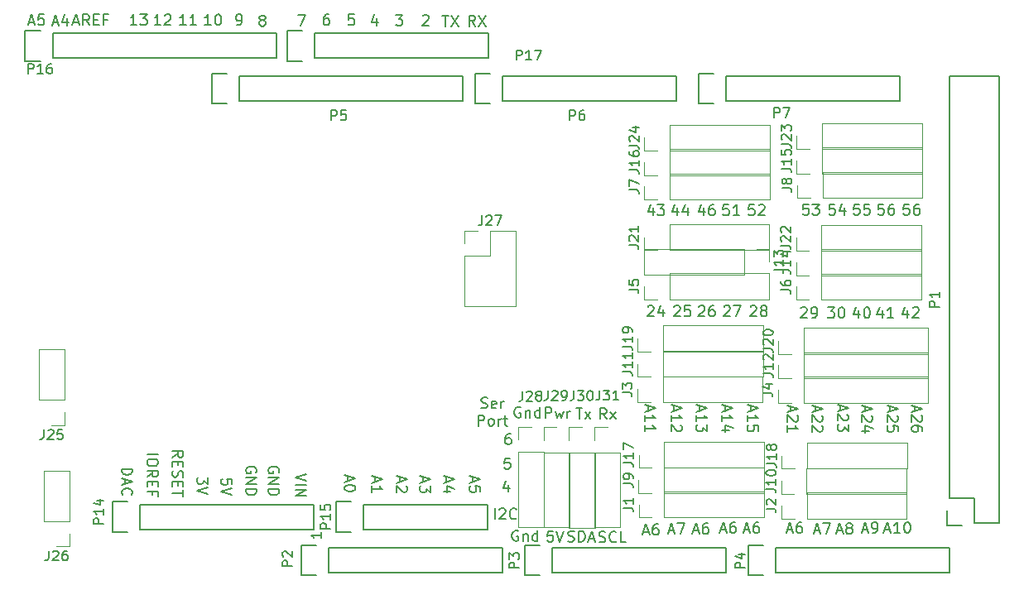
<source format=gbr>
G04 #@! TF.FileFunction,Legend,Top*
%FSLAX46Y46*%
G04 Gerber Fmt 4.6, Leading zero omitted, Abs format (unit mm)*
G04 Created by KiCad (PCBNEW 4.0.6) date 06/14/17 16:25:36*
%MOMM*%
%LPD*%
G01*
G04 APERTURE LIST*
%ADD10C,0.100000*%
%ADD11C,0.150000*%
%ADD12C,0.120000*%
G04 APERTURE END LIST*
D10*
D11*
X147566667Y-64497619D02*
X147200001Y-63973810D01*
X146938096Y-64497619D02*
X146938096Y-63397619D01*
X147357143Y-63397619D01*
X147461905Y-63450000D01*
X147514286Y-63502381D01*
X147566667Y-63607143D01*
X147566667Y-63764286D01*
X147514286Y-63869048D01*
X147461905Y-63921429D01*
X147357143Y-63973810D01*
X146938096Y-63973810D01*
X147933334Y-63397619D02*
X148666667Y-64497619D01*
X148666667Y-63397619D02*
X147933334Y-64497619D01*
X144211905Y-63397619D02*
X144840476Y-63397619D01*
X144526191Y-64497619D02*
X144526191Y-63397619D01*
X145102381Y-63397619D02*
X145835714Y-64497619D01*
X145835714Y-63397619D02*
X145102381Y-64497619D01*
X142185715Y-63452381D02*
X142238096Y-63400000D01*
X142342858Y-63347619D01*
X142604762Y-63347619D01*
X142709524Y-63400000D01*
X142761905Y-63452381D01*
X142814286Y-63557143D01*
X142814286Y-63661905D01*
X142761905Y-63819048D01*
X142133334Y-64447619D01*
X142814286Y-64447619D01*
X139433334Y-63347619D02*
X140114286Y-63347619D01*
X139747620Y-63766667D01*
X139904762Y-63766667D01*
X140009524Y-63819048D01*
X140061905Y-63871429D01*
X140114286Y-63976190D01*
X140114286Y-64238095D01*
X140061905Y-64342857D01*
X140009524Y-64395238D01*
X139904762Y-64447619D01*
X139590477Y-64447619D01*
X139485715Y-64395238D01*
X139433334Y-64342857D01*
X137459524Y-63714286D02*
X137459524Y-64447619D01*
X137197620Y-63295238D02*
X136935715Y-64080952D01*
X137616667Y-64080952D01*
X135161905Y-63297619D02*
X134638096Y-63297619D01*
X134585715Y-63821429D01*
X134638096Y-63769048D01*
X134742858Y-63716667D01*
X135004762Y-63716667D01*
X135109524Y-63769048D01*
X135161905Y-63821429D01*
X135214286Y-63926190D01*
X135214286Y-64188095D01*
X135161905Y-64292857D01*
X135109524Y-64345238D01*
X135004762Y-64397619D01*
X134742858Y-64397619D01*
X134638096Y-64345238D01*
X134585715Y-64292857D01*
X132559524Y-63297619D02*
X132350001Y-63297619D01*
X132245239Y-63350000D01*
X132192858Y-63402381D01*
X132088096Y-63559524D01*
X132035715Y-63769048D01*
X132035715Y-64188095D01*
X132088096Y-64292857D01*
X132140477Y-64345238D01*
X132245239Y-64397619D01*
X132454762Y-64397619D01*
X132559524Y-64345238D01*
X132611905Y-64292857D01*
X132664286Y-64188095D01*
X132664286Y-63926190D01*
X132611905Y-63821429D01*
X132559524Y-63769048D01*
X132454762Y-63716667D01*
X132245239Y-63716667D01*
X132140477Y-63769048D01*
X132088096Y-63821429D01*
X132035715Y-63926190D01*
X129433334Y-63347619D02*
X130166667Y-63347619D01*
X129695239Y-64447619D01*
X125695239Y-63869048D02*
X125590477Y-63816667D01*
X125538096Y-63764286D01*
X125485715Y-63659524D01*
X125485715Y-63607143D01*
X125538096Y-63502381D01*
X125590477Y-63450000D01*
X125695239Y-63397619D01*
X125904762Y-63397619D01*
X126009524Y-63450000D01*
X126061905Y-63502381D01*
X126114286Y-63607143D01*
X126114286Y-63659524D01*
X126061905Y-63764286D01*
X126009524Y-63816667D01*
X125904762Y-63869048D01*
X125695239Y-63869048D01*
X125590477Y-63921429D01*
X125538096Y-63973810D01*
X125485715Y-64078571D01*
X125485715Y-64288095D01*
X125538096Y-64392857D01*
X125590477Y-64445238D01*
X125695239Y-64497619D01*
X125904762Y-64497619D01*
X126009524Y-64445238D01*
X126061905Y-64392857D01*
X126114286Y-64288095D01*
X126114286Y-64078571D01*
X126061905Y-63973810D01*
X126009524Y-63921429D01*
X125904762Y-63869048D01*
X123190477Y-64397619D02*
X123400001Y-64397619D01*
X123504762Y-64345238D01*
X123557143Y-64292857D01*
X123661905Y-64135714D01*
X123714286Y-63926190D01*
X123714286Y-63507143D01*
X123661905Y-63402381D01*
X123609524Y-63350000D01*
X123504762Y-63297619D01*
X123295239Y-63297619D01*
X123190477Y-63350000D01*
X123138096Y-63402381D01*
X123085715Y-63507143D01*
X123085715Y-63769048D01*
X123138096Y-63873810D01*
X123190477Y-63926190D01*
X123295239Y-63978571D01*
X123504762Y-63978571D01*
X123609524Y-63926190D01*
X123661905Y-63873810D01*
X123714286Y-63769048D01*
X120540476Y-64397619D02*
X119911905Y-64397619D01*
X120226191Y-64397619D02*
X120226191Y-63297619D01*
X120121429Y-63454762D01*
X120016667Y-63559524D01*
X119911905Y-63611905D01*
X121221429Y-63297619D02*
X121326190Y-63297619D01*
X121430952Y-63350000D01*
X121483333Y-63402381D01*
X121535714Y-63507143D01*
X121588095Y-63716667D01*
X121588095Y-63978571D01*
X121535714Y-64188095D01*
X121483333Y-64292857D01*
X121430952Y-64345238D01*
X121326190Y-64397619D01*
X121221429Y-64397619D01*
X121116667Y-64345238D01*
X121064286Y-64292857D01*
X121011905Y-64188095D01*
X120959524Y-63978571D01*
X120959524Y-63716667D01*
X121011905Y-63507143D01*
X121064286Y-63402381D01*
X121116667Y-63350000D01*
X121221429Y-63297619D01*
X117990476Y-64397619D02*
X117361905Y-64397619D01*
X117676191Y-64397619D02*
X117676191Y-63297619D01*
X117571429Y-63454762D01*
X117466667Y-63559524D01*
X117361905Y-63611905D01*
X119038095Y-64397619D02*
X118409524Y-64397619D01*
X118723810Y-64397619D02*
X118723810Y-63297619D01*
X118619048Y-63454762D01*
X118514286Y-63559524D01*
X118409524Y-63611905D01*
X115390476Y-64397619D02*
X114761905Y-64397619D01*
X115076191Y-64397619D02*
X115076191Y-63297619D01*
X114971429Y-63454762D01*
X114866667Y-63559524D01*
X114761905Y-63611905D01*
X115809524Y-63402381D02*
X115861905Y-63350000D01*
X115966667Y-63297619D01*
X116228571Y-63297619D01*
X116333333Y-63350000D01*
X116385714Y-63402381D01*
X116438095Y-63507143D01*
X116438095Y-63611905D01*
X116385714Y-63769048D01*
X115757143Y-64397619D01*
X116438095Y-64397619D01*
X106469048Y-64083333D02*
X106992857Y-64083333D01*
X106364286Y-64397619D02*
X106730953Y-63297619D01*
X107097619Y-64397619D01*
X108092857Y-64397619D02*
X107726191Y-63873810D01*
X107464286Y-64397619D02*
X107464286Y-63297619D01*
X107883333Y-63297619D01*
X107988095Y-63350000D01*
X108040476Y-63402381D01*
X108092857Y-63507143D01*
X108092857Y-63664286D01*
X108040476Y-63769048D01*
X107988095Y-63821429D01*
X107883333Y-63873810D01*
X107464286Y-63873810D01*
X108564286Y-63821429D02*
X108930952Y-63821429D01*
X109088095Y-64397619D02*
X108564286Y-64397619D01*
X108564286Y-63297619D01*
X109088095Y-63297619D01*
X109926190Y-63821429D02*
X109559524Y-63821429D01*
X109559524Y-64397619D02*
X109559524Y-63297619D01*
X110083333Y-63297619D01*
X112940476Y-64397619D02*
X112311905Y-64397619D01*
X112626191Y-64397619D02*
X112626191Y-63297619D01*
X112521429Y-63454762D01*
X112416667Y-63559524D01*
X112311905Y-63611905D01*
X113307143Y-63297619D02*
X113988095Y-63297619D01*
X113621429Y-63716667D01*
X113778571Y-63716667D01*
X113883333Y-63769048D01*
X113935714Y-63821429D01*
X113988095Y-63926190D01*
X113988095Y-64188095D01*
X113935714Y-64292857D01*
X113883333Y-64345238D01*
X113778571Y-64397619D01*
X113464286Y-64397619D01*
X113359524Y-64345238D01*
X113307143Y-64292857D01*
X104364286Y-64133333D02*
X104888095Y-64133333D01*
X104259524Y-64447619D02*
X104626191Y-63347619D01*
X104992857Y-64447619D01*
X105830952Y-63714286D02*
X105830952Y-64447619D01*
X105569048Y-63295238D02*
X105307143Y-64080952D01*
X105988095Y-64080952D01*
X101914286Y-64083333D02*
X102438095Y-64083333D01*
X101809524Y-64397619D02*
X102176191Y-63297619D01*
X102542857Y-64397619D01*
X103433333Y-63297619D02*
X102909524Y-63297619D01*
X102857143Y-63821429D01*
X102909524Y-63769048D01*
X103014286Y-63716667D01*
X103276190Y-63716667D01*
X103380952Y-63769048D01*
X103433333Y-63821429D01*
X103485714Y-63926190D01*
X103485714Y-64188095D01*
X103433333Y-64292857D01*
X103380952Y-64345238D01*
X103276190Y-64397619D01*
X103014286Y-64397619D01*
X102909524Y-64345238D01*
X102857143Y-64292857D01*
X160240477Y-117245238D02*
X160397620Y-117297619D01*
X160659524Y-117297619D01*
X160764286Y-117245238D01*
X160816667Y-117192857D01*
X160869048Y-117088095D01*
X160869048Y-116983333D01*
X160816667Y-116878571D01*
X160764286Y-116826190D01*
X160659524Y-116773810D01*
X160450001Y-116721429D01*
X160345239Y-116669048D01*
X160292858Y-116616667D01*
X160240477Y-116511905D01*
X160240477Y-116407143D01*
X160292858Y-116302381D01*
X160345239Y-116250000D01*
X160450001Y-116197619D01*
X160711905Y-116197619D01*
X160869048Y-116250000D01*
X161969048Y-117192857D02*
X161916667Y-117245238D01*
X161759524Y-117297619D01*
X161654762Y-117297619D01*
X161497620Y-117245238D01*
X161392858Y-117140476D01*
X161340477Y-117035714D01*
X161288096Y-116826190D01*
X161288096Y-116669048D01*
X161340477Y-116459524D01*
X161392858Y-116354762D01*
X161497620Y-116250000D01*
X161654762Y-116197619D01*
X161759524Y-116197619D01*
X161916667Y-116250000D01*
X161969048Y-116302381D01*
X162964286Y-117297619D02*
X162440477Y-117297619D01*
X162440477Y-116197619D01*
X157064286Y-117195238D02*
X157221429Y-117247619D01*
X157483333Y-117247619D01*
X157588095Y-117195238D01*
X157640476Y-117142857D01*
X157692857Y-117038095D01*
X157692857Y-116933333D01*
X157640476Y-116828571D01*
X157588095Y-116776190D01*
X157483333Y-116723810D01*
X157273810Y-116671429D01*
X157169048Y-116619048D01*
X157116667Y-116566667D01*
X157064286Y-116461905D01*
X157064286Y-116357143D01*
X157116667Y-116252381D01*
X157169048Y-116200000D01*
X157273810Y-116147619D01*
X157535714Y-116147619D01*
X157692857Y-116200000D01*
X158164286Y-117247619D02*
X158164286Y-116147619D01*
X158426191Y-116147619D01*
X158583333Y-116200000D01*
X158688095Y-116304762D01*
X158740476Y-116409524D01*
X158792857Y-116619048D01*
X158792857Y-116776190D01*
X158740476Y-116985714D01*
X158688095Y-117090476D01*
X158583333Y-117195238D01*
X158426191Y-117247619D01*
X158164286Y-117247619D01*
X159211905Y-116933333D02*
X159735714Y-116933333D01*
X159107143Y-117247619D02*
X159473810Y-116147619D01*
X159840476Y-117247619D01*
X155490476Y-116147619D02*
X154966667Y-116147619D01*
X154914286Y-116671429D01*
X154966667Y-116619048D01*
X155071429Y-116566667D01*
X155333333Y-116566667D01*
X155438095Y-116619048D01*
X155490476Y-116671429D01*
X155542857Y-116776190D01*
X155542857Y-117038095D01*
X155490476Y-117142857D01*
X155438095Y-117195238D01*
X155333333Y-117247619D01*
X155071429Y-117247619D01*
X154966667Y-117195238D01*
X154914286Y-117142857D01*
X155857143Y-116147619D02*
X156223810Y-117247619D01*
X156590476Y-116147619D01*
X151942857Y-116150000D02*
X151838095Y-116097619D01*
X151680952Y-116097619D01*
X151523810Y-116150000D01*
X151419048Y-116254762D01*
X151366667Y-116359524D01*
X151314286Y-116569048D01*
X151314286Y-116726190D01*
X151366667Y-116935714D01*
X151419048Y-117040476D01*
X151523810Y-117145238D01*
X151680952Y-117197619D01*
X151785714Y-117197619D01*
X151942857Y-117145238D01*
X151995238Y-117092857D01*
X151995238Y-116726190D01*
X151785714Y-116726190D01*
X152466667Y-116464286D02*
X152466667Y-117197619D01*
X152466667Y-116569048D02*
X152519048Y-116516667D01*
X152623810Y-116464286D01*
X152780952Y-116464286D01*
X152885714Y-116516667D01*
X152938095Y-116621429D01*
X152938095Y-117197619D01*
X153933333Y-117197619D02*
X153933333Y-116097619D01*
X153933333Y-117145238D02*
X153828571Y-117197619D01*
X153619048Y-117197619D01*
X153514286Y-117145238D01*
X153461905Y-117092857D01*
X153409524Y-116988095D01*
X153409524Y-116673810D01*
X153461905Y-116569048D01*
X153514286Y-116516667D01*
X153619048Y-116464286D01*
X153828571Y-116464286D01*
X153933333Y-116516667D01*
X148173810Y-103545238D02*
X148330953Y-103597619D01*
X148592857Y-103597619D01*
X148697619Y-103545238D01*
X148750000Y-103492857D01*
X148802381Y-103388095D01*
X148802381Y-103283333D01*
X148750000Y-103178571D01*
X148697619Y-103126190D01*
X148592857Y-103073810D01*
X148383334Y-103021429D01*
X148278572Y-102969048D01*
X148226191Y-102916667D01*
X148173810Y-102811905D01*
X148173810Y-102707143D01*
X148226191Y-102602381D01*
X148278572Y-102550000D01*
X148383334Y-102497619D01*
X148645238Y-102497619D01*
X148802381Y-102550000D01*
X149692857Y-103545238D02*
X149588095Y-103597619D01*
X149378572Y-103597619D01*
X149273810Y-103545238D01*
X149221429Y-103440476D01*
X149221429Y-103021429D01*
X149273810Y-102916667D01*
X149378572Y-102864286D01*
X149588095Y-102864286D01*
X149692857Y-102916667D01*
X149745238Y-103021429D01*
X149745238Y-103126190D01*
X149221429Y-103230952D01*
X150216667Y-103597619D02*
X150216667Y-102864286D01*
X150216667Y-103073810D02*
X150269048Y-102969048D01*
X150321429Y-102916667D01*
X150426191Y-102864286D01*
X150530952Y-102864286D01*
X147859525Y-105397619D02*
X147859525Y-104297619D01*
X148278572Y-104297619D01*
X148383334Y-104350000D01*
X148435715Y-104402381D01*
X148488096Y-104507143D01*
X148488096Y-104664286D01*
X148435715Y-104769048D01*
X148383334Y-104821429D01*
X148278572Y-104873810D01*
X147859525Y-104873810D01*
X149116668Y-105397619D02*
X149011906Y-105345238D01*
X148959525Y-105292857D01*
X148907144Y-105188095D01*
X148907144Y-104873810D01*
X148959525Y-104769048D01*
X149011906Y-104716667D01*
X149116668Y-104664286D01*
X149273810Y-104664286D01*
X149378572Y-104716667D01*
X149430953Y-104769048D01*
X149483334Y-104873810D01*
X149483334Y-105188095D01*
X149430953Y-105292857D01*
X149378572Y-105345238D01*
X149273810Y-105397619D01*
X149116668Y-105397619D01*
X149954763Y-105397619D02*
X149954763Y-104664286D01*
X149954763Y-104873810D02*
X150007144Y-104769048D01*
X150059525Y-104716667D01*
X150164287Y-104664286D01*
X150269048Y-104664286D01*
X150478572Y-104664286D02*
X150897620Y-104664286D01*
X150635715Y-104297619D02*
X150635715Y-105240476D01*
X150688096Y-105345238D01*
X150792858Y-105397619D01*
X150897620Y-105397619D01*
X149576191Y-114947619D02*
X149576191Y-113847619D01*
X150047620Y-113952381D02*
X150100001Y-113900000D01*
X150204763Y-113847619D01*
X150466667Y-113847619D01*
X150571429Y-113900000D01*
X150623810Y-113952381D01*
X150676191Y-114057143D01*
X150676191Y-114161905D01*
X150623810Y-114319048D01*
X149995239Y-114947619D01*
X150676191Y-114947619D01*
X151776191Y-114842857D02*
X151723810Y-114895238D01*
X151566667Y-114947619D01*
X151461905Y-114947619D01*
X151304763Y-114895238D01*
X151200001Y-114790476D01*
X151147620Y-114685714D01*
X151095239Y-114476190D01*
X151095239Y-114319048D01*
X151147620Y-114109524D01*
X151200001Y-114004762D01*
X151304763Y-113900000D01*
X151461905Y-113847619D01*
X151566667Y-113847619D01*
X151723810Y-113900000D01*
X151776191Y-113952381D01*
X150959524Y-111414286D02*
X150959524Y-112147619D01*
X150697620Y-110995238D02*
X150435715Y-111780952D01*
X151116667Y-111780952D01*
X151111905Y-108697619D02*
X150588096Y-108697619D01*
X150535715Y-109221429D01*
X150588096Y-109169048D01*
X150692858Y-109116667D01*
X150954762Y-109116667D01*
X151059524Y-109169048D01*
X151111905Y-109221429D01*
X151164286Y-109326190D01*
X151164286Y-109588095D01*
X151111905Y-109692857D01*
X151059524Y-109745238D01*
X150954762Y-109797619D01*
X150692858Y-109797619D01*
X150588096Y-109745238D01*
X150535715Y-109692857D01*
X151159524Y-106197619D02*
X150950001Y-106197619D01*
X150845239Y-106250000D01*
X150792858Y-106302381D01*
X150688096Y-106459524D01*
X150635715Y-106669048D01*
X150635715Y-107088095D01*
X150688096Y-107192857D01*
X150740477Y-107245238D01*
X150845239Y-107297619D01*
X151054762Y-107297619D01*
X151159524Y-107245238D01*
X151211905Y-107192857D01*
X151264286Y-107088095D01*
X151264286Y-106826190D01*
X151211905Y-106721429D01*
X151159524Y-106669048D01*
X151054762Y-106616667D01*
X150845239Y-106616667D01*
X150740477Y-106669048D01*
X150688096Y-106721429D01*
X150635715Y-106826190D01*
X160995238Y-104697619D02*
X160628572Y-104173810D01*
X160366667Y-104697619D02*
X160366667Y-103597619D01*
X160785714Y-103597619D01*
X160890476Y-103650000D01*
X160942857Y-103702381D01*
X160995238Y-103807143D01*
X160995238Y-103964286D01*
X160942857Y-104069048D01*
X160890476Y-104121429D01*
X160785714Y-104173810D01*
X160366667Y-104173810D01*
X161361905Y-104697619D02*
X161938095Y-103964286D01*
X161361905Y-103964286D02*
X161938095Y-104697619D01*
X157890477Y-103597619D02*
X158519048Y-103597619D01*
X158204763Y-104697619D02*
X158204763Y-103597619D01*
X158780953Y-104697619D02*
X159357143Y-103964286D01*
X158780953Y-103964286D02*
X159357143Y-104697619D01*
X152192857Y-103500000D02*
X152088095Y-103447619D01*
X151930952Y-103447619D01*
X151773810Y-103500000D01*
X151669048Y-103604762D01*
X151616667Y-103709524D01*
X151564286Y-103919048D01*
X151564286Y-104076190D01*
X151616667Y-104285714D01*
X151669048Y-104390476D01*
X151773810Y-104495238D01*
X151930952Y-104547619D01*
X152035714Y-104547619D01*
X152192857Y-104495238D01*
X152245238Y-104442857D01*
X152245238Y-104076190D01*
X152035714Y-104076190D01*
X152716667Y-103814286D02*
X152716667Y-104547619D01*
X152716667Y-103919048D02*
X152769048Y-103866667D01*
X152873810Y-103814286D01*
X153030952Y-103814286D01*
X153135714Y-103866667D01*
X153188095Y-103971429D01*
X153188095Y-104547619D01*
X154183333Y-104547619D02*
X154183333Y-103447619D01*
X154183333Y-104495238D02*
X154078571Y-104547619D01*
X153869048Y-104547619D01*
X153764286Y-104495238D01*
X153711905Y-104442857D01*
X153659524Y-104338095D01*
X153659524Y-104023810D01*
X153711905Y-103919048D01*
X153764286Y-103866667D01*
X153869048Y-103814286D01*
X154078571Y-103814286D01*
X154183333Y-103866667D01*
X154745239Y-104597619D02*
X154745239Y-103497619D01*
X155164286Y-103497619D01*
X155269048Y-103550000D01*
X155321429Y-103602381D01*
X155373810Y-103707143D01*
X155373810Y-103864286D01*
X155321429Y-103969048D01*
X155269048Y-104021429D01*
X155164286Y-104073810D01*
X154745239Y-104073810D01*
X155740477Y-103864286D02*
X155950001Y-104597619D01*
X156159524Y-104073810D01*
X156369048Y-104597619D01*
X156578572Y-103864286D01*
X156997620Y-104597619D02*
X156997620Y-103864286D01*
X156997620Y-104073810D02*
X157050001Y-103969048D01*
X157102382Y-103916667D01*
X157207144Y-103864286D01*
X157311905Y-103864286D01*
X191938095Y-82697619D02*
X191414286Y-82697619D01*
X191361905Y-83221429D01*
X191414286Y-83169048D01*
X191519048Y-83116667D01*
X191780952Y-83116667D01*
X191885714Y-83169048D01*
X191938095Y-83221429D01*
X191990476Y-83326190D01*
X191990476Y-83588095D01*
X191938095Y-83692857D01*
X191885714Y-83745238D01*
X191780952Y-83797619D01*
X191519048Y-83797619D01*
X191414286Y-83745238D01*
X191361905Y-83692857D01*
X192933333Y-82697619D02*
X192723810Y-82697619D01*
X192619048Y-82750000D01*
X192566667Y-82802381D01*
X192461905Y-82959524D01*
X192409524Y-83169048D01*
X192409524Y-83588095D01*
X192461905Y-83692857D01*
X192514286Y-83745238D01*
X192619048Y-83797619D01*
X192828571Y-83797619D01*
X192933333Y-83745238D01*
X192985714Y-83692857D01*
X193038095Y-83588095D01*
X193038095Y-83326190D01*
X192985714Y-83221429D01*
X192933333Y-83169048D01*
X192828571Y-83116667D01*
X192619048Y-83116667D01*
X192514286Y-83169048D01*
X192461905Y-83221429D01*
X192409524Y-83326190D01*
X189338095Y-82697619D02*
X188814286Y-82697619D01*
X188761905Y-83221429D01*
X188814286Y-83169048D01*
X188919048Y-83116667D01*
X189180952Y-83116667D01*
X189285714Y-83169048D01*
X189338095Y-83221429D01*
X189390476Y-83326190D01*
X189390476Y-83588095D01*
X189338095Y-83692857D01*
X189285714Y-83745238D01*
X189180952Y-83797619D01*
X188919048Y-83797619D01*
X188814286Y-83745238D01*
X188761905Y-83692857D01*
X190333333Y-82697619D02*
X190123810Y-82697619D01*
X190019048Y-82750000D01*
X189966667Y-82802381D01*
X189861905Y-82959524D01*
X189809524Y-83169048D01*
X189809524Y-83588095D01*
X189861905Y-83692857D01*
X189914286Y-83745238D01*
X190019048Y-83797619D01*
X190228571Y-83797619D01*
X190333333Y-83745238D01*
X190385714Y-83692857D01*
X190438095Y-83588095D01*
X190438095Y-83326190D01*
X190385714Y-83221429D01*
X190333333Y-83169048D01*
X190228571Y-83116667D01*
X190019048Y-83116667D01*
X189914286Y-83169048D01*
X189861905Y-83221429D01*
X189809524Y-83326190D01*
X186838095Y-82697619D02*
X186314286Y-82697619D01*
X186261905Y-83221429D01*
X186314286Y-83169048D01*
X186419048Y-83116667D01*
X186680952Y-83116667D01*
X186785714Y-83169048D01*
X186838095Y-83221429D01*
X186890476Y-83326190D01*
X186890476Y-83588095D01*
X186838095Y-83692857D01*
X186785714Y-83745238D01*
X186680952Y-83797619D01*
X186419048Y-83797619D01*
X186314286Y-83745238D01*
X186261905Y-83692857D01*
X187885714Y-82697619D02*
X187361905Y-82697619D01*
X187309524Y-83221429D01*
X187361905Y-83169048D01*
X187466667Y-83116667D01*
X187728571Y-83116667D01*
X187833333Y-83169048D01*
X187885714Y-83221429D01*
X187938095Y-83326190D01*
X187938095Y-83588095D01*
X187885714Y-83692857D01*
X187833333Y-83745238D01*
X187728571Y-83797619D01*
X187466667Y-83797619D01*
X187361905Y-83745238D01*
X187309524Y-83692857D01*
X184338095Y-82697619D02*
X183814286Y-82697619D01*
X183761905Y-83221429D01*
X183814286Y-83169048D01*
X183919048Y-83116667D01*
X184180952Y-83116667D01*
X184285714Y-83169048D01*
X184338095Y-83221429D01*
X184390476Y-83326190D01*
X184390476Y-83588095D01*
X184338095Y-83692857D01*
X184285714Y-83745238D01*
X184180952Y-83797619D01*
X183919048Y-83797619D01*
X183814286Y-83745238D01*
X183761905Y-83692857D01*
X185333333Y-83064286D02*
X185333333Y-83797619D01*
X185071429Y-82645238D02*
X184809524Y-83430952D01*
X185490476Y-83430952D01*
X181638095Y-82697619D02*
X181114286Y-82697619D01*
X181061905Y-83221429D01*
X181114286Y-83169048D01*
X181219048Y-83116667D01*
X181480952Y-83116667D01*
X181585714Y-83169048D01*
X181638095Y-83221429D01*
X181690476Y-83326190D01*
X181690476Y-83588095D01*
X181638095Y-83692857D01*
X181585714Y-83745238D01*
X181480952Y-83797619D01*
X181219048Y-83797619D01*
X181114286Y-83745238D01*
X181061905Y-83692857D01*
X182057143Y-82697619D02*
X182738095Y-82697619D01*
X182371429Y-83116667D01*
X182528571Y-83116667D01*
X182633333Y-83169048D01*
X182685714Y-83221429D01*
X182738095Y-83326190D01*
X182738095Y-83588095D01*
X182685714Y-83692857D01*
X182633333Y-83745238D01*
X182528571Y-83797619D01*
X182214286Y-83797619D01*
X182109524Y-83745238D01*
X182057143Y-83692857D01*
X176088095Y-82747619D02*
X175564286Y-82747619D01*
X175511905Y-83271429D01*
X175564286Y-83219048D01*
X175669048Y-83166667D01*
X175930952Y-83166667D01*
X176035714Y-83219048D01*
X176088095Y-83271429D01*
X176140476Y-83376190D01*
X176140476Y-83638095D01*
X176088095Y-83742857D01*
X176035714Y-83795238D01*
X175930952Y-83847619D01*
X175669048Y-83847619D01*
X175564286Y-83795238D01*
X175511905Y-83742857D01*
X176559524Y-82852381D02*
X176611905Y-82800000D01*
X176716667Y-82747619D01*
X176978571Y-82747619D01*
X177083333Y-82800000D01*
X177135714Y-82852381D01*
X177188095Y-82957143D01*
X177188095Y-83061905D01*
X177135714Y-83219048D01*
X176507143Y-83847619D01*
X177188095Y-83847619D01*
X173488095Y-82747619D02*
X172964286Y-82747619D01*
X172911905Y-83271429D01*
X172964286Y-83219048D01*
X173069048Y-83166667D01*
X173330952Y-83166667D01*
X173435714Y-83219048D01*
X173488095Y-83271429D01*
X173540476Y-83376190D01*
X173540476Y-83638095D01*
X173488095Y-83742857D01*
X173435714Y-83795238D01*
X173330952Y-83847619D01*
X173069048Y-83847619D01*
X172964286Y-83795238D01*
X172911905Y-83742857D01*
X174588095Y-83847619D02*
X173959524Y-83847619D01*
X174273810Y-83847619D02*
X174273810Y-82747619D01*
X174169048Y-82904762D01*
X174064286Y-83009524D01*
X173959524Y-83061905D01*
X170935714Y-83114286D02*
X170935714Y-83847619D01*
X170673810Y-82695238D02*
X170411905Y-83480952D01*
X171092857Y-83480952D01*
X171983333Y-82747619D02*
X171773810Y-82747619D01*
X171669048Y-82800000D01*
X171616667Y-82852381D01*
X171511905Y-83009524D01*
X171459524Y-83219048D01*
X171459524Y-83638095D01*
X171511905Y-83742857D01*
X171564286Y-83795238D01*
X171669048Y-83847619D01*
X171878571Y-83847619D01*
X171983333Y-83795238D01*
X172035714Y-83742857D01*
X172088095Y-83638095D01*
X172088095Y-83376190D01*
X172035714Y-83271429D01*
X171983333Y-83219048D01*
X171878571Y-83166667D01*
X171669048Y-83166667D01*
X171564286Y-83219048D01*
X171511905Y-83271429D01*
X171459524Y-83376190D01*
X168235714Y-83114286D02*
X168235714Y-83847619D01*
X167973810Y-82695238D02*
X167711905Y-83480952D01*
X168392857Y-83480952D01*
X169283333Y-83114286D02*
X169283333Y-83847619D01*
X169021429Y-82695238D02*
X168759524Y-83480952D01*
X169440476Y-83480952D01*
X165735714Y-83114286D02*
X165735714Y-83847619D01*
X165473810Y-82695238D02*
X165211905Y-83480952D01*
X165892857Y-83480952D01*
X166207143Y-82747619D02*
X166888095Y-82747619D01*
X166521429Y-83166667D01*
X166678571Y-83166667D01*
X166783333Y-83219048D01*
X166835714Y-83271429D01*
X166888095Y-83376190D01*
X166888095Y-83638095D01*
X166835714Y-83742857D01*
X166783333Y-83795238D01*
X166678571Y-83847619D01*
X166364286Y-83847619D01*
X166259524Y-83795238D01*
X166207143Y-83742857D01*
X191785714Y-93614286D02*
X191785714Y-94347619D01*
X191523810Y-93195238D02*
X191261905Y-93980952D01*
X191942857Y-93980952D01*
X192309524Y-93352381D02*
X192361905Y-93300000D01*
X192466667Y-93247619D01*
X192728571Y-93247619D01*
X192833333Y-93300000D01*
X192885714Y-93352381D01*
X192938095Y-93457143D01*
X192938095Y-93561905D01*
X192885714Y-93719048D01*
X192257143Y-94347619D01*
X192938095Y-94347619D01*
X189185714Y-93614286D02*
X189185714Y-94347619D01*
X188923810Y-93195238D02*
X188661905Y-93980952D01*
X189342857Y-93980952D01*
X190338095Y-94347619D02*
X189709524Y-94347619D01*
X190023810Y-94347619D02*
X190023810Y-93247619D01*
X189919048Y-93404762D01*
X189814286Y-93509524D01*
X189709524Y-93561905D01*
X186785714Y-93614286D02*
X186785714Y-94347619D01*
X186523810Y-93195238D02*
X186261905Y-93980952D01*
X186942857Y-93980952D01*
X187571429Y-93247619D02*
X187676190Y-93247619D01*
X187780952Y-93300000D01*
X187833333Y-93352381D01*
X187885714Y-93457143D01*
X187938095Y-93666667D01*
X187938095Y-93928571D01*
X187885714Y-94138095D01*
X187833333Y-94242857D01*
X187780952Y-94295238D01*
X187676190Y-94347619D01*
X187571429Y-94347619D01*
X187466667Y-94295238D01*
X187414286Y-94242857D01*
X187361905Y-94138095D01*
X187309524Y-93928571D01*
X187309524Y-93666667D01*
X187361905Y-93457143D01*
X187414286Y-93352381D01*
X187466667Y-93300000D01*
X187571429Y-93247619D01*
X183609524Y-93247619D02*
X184290476Y-93247619D01*
X183923810Y-93666667D01*
X184080952Y-93666667D01*
X184185714Y-93719048D01*
X184238095Y-93771429D01*
X184290476Y-93876190D01*
X184290476Y-94138095D01*
X184238095Y-94242857D01*
X184185714Y-94295238D01*
X184080952Y-94347619D01*
X183766667Y-94347619D01*
X183661905Y-94295238D01*
X183609524Y-94242857D01*
X184971429Y-93247619D02*
X185076190Y-93247619D01*
X185180952Y-93300000D01*
X185233333Y-93352381D01*
X185285714Y-93457143D01*
X185338095Y-93666667D01*
X185338095Y-93928571D01*
X185285714Y-94138095D01*
X185233333Y-94242857D01*
X185180952Y-94295238D01*
X185076190Y-94347619D01*
X184971429Y-94347619D01*
X184866667Y-94295238D01*
X184814286Y-94242857D01*
X184761905Y-94138095D01*
X184709524Y-93928571D01*
X184709524Y-93666667D01*
X184761905Y-93457143D01*
X184814286Y-93352381D01*
X184866667Y-93300000D01*
X184971429Y-93247619D01*
X180861905Y-93352381D02*
X180914286Y-93300000D01*
X181019048Y-93247619D01*
X181280952Y-93247619D01*
X181385714Y-93300000D01*
X181438095Y-93352381D01*
X181490476Y-93457143D01*
X181490476Y-93561905D01*
X181438095Y-93719048D01*
X180809524Y-94347619D01*
X181490476Y-94347619D01*
X182014286Y-94347619D02*
X182223810Y-94347619D01*
X182328571Y-94295238D01*
X182380952Y-94242857D01*
X182485714Y-94085714D01*
X182538095Y-93876190D01*
X182538095Y-93457143D01*
X182485714Y-93352381D01*
X182433333Y-93300000D01*
X182328571Y-93247619D01*
X182119048Y-93247619D01*
X182014286Y-93300000D01*
X181961905Y-93352381D01*
X181909524Y-93457143D01*
X181909524Y-93719048D01*
X181961905Y-93823810D01*
X182014286Y-93876190D01*
X182119048Y-93928571D01*
X182328571Y-93928571D01*
X182433333Y-93876190D01*
X182485714Y-93823810D01*
X182538095Y-93719048D01*
X175711905Y-93202381D02*
X175764286Y-93150000D01*
X175869048Y-93097619D01*
X176130952Y-93097619D01*
X176235714Y-93150000D01*
X176288095Y-93202381D01*
X176340476Y-93307143D01*
X176340476Y-93411905D01*
X176288095Y-93569048D01*
X175659524Y-94197619D01*
X176340476Y-94197619D01*
X176969048Y-93569048D02*
X176864286Y-93516667D01*
X176811905Y-93464286D01*
X176759524Y-93359524D01*
X176759524Y-93307143D01*
X176811905Y-93202381D01*
X176864286Y-93150000D01*
X176969048Y-93097619D01*
X177178571Y-93097619D01*
X177283333Y-93150000D01*
X177335714Y-93202381D01*
X177388095Y-93307143D01*
X177388095Y-93359524D01*
X177335714Y-93464286D01*
X177283333Y-93516667D01*
X177178571Y-93569048D01*
X176969048Y-93569048D01*
X176864286Y-93621429D01*
X176811905Y-93673810D01*
X176759524Y-93778571D01*
X176759524Y-93988095D01*
X176811905Y-94092857D01*
X176864286Y-94145238D01*
X176969048Y-94197619D01*
X177178571Y-94197619D01*
X177283333Y-94145238D01*
X177335714Y-94092857D01*
X177388095Y-93988095D01*
X177388095Y-93778571D01*
X177335714Y-93673810D01*
X177283333Y-93621429D01*
X177178571Y-93569048D01*
X173011905Y-93202381D02*
X173064286Y-93150000D01*
X173169048Y-93097619D01*
X173430952Y-93097619D01*
X173535714Y-93150000D01*
X173588095Y-93202381D01*
X173640476Y-93307143D01*
X173640476Y-93411905D01*
X173588095Y-93569048D01*
X172959524Y-94197619D01*
X173640476Y-94197619D01*
X174007143Y-93097619D02*
X174740476Y-93097619D01*
X174269048Y-94197619D01*
X170411905Y-93202381D02*
X170464286Y-93150000D01*
X170569048Y-93097619D01*
X170830952Y-93097619D01*
X170935714Y-93150000D01*
X170988095Y-93202381D01*
X171040476Y-93307143D01*
X171040476Y-93411905D01*
X170988095Y-93569048D01*
X170359524Y-94197619D01*
X171040476Y-94197619D01*
X171983333Y-93097619D02*
X171773810Y-93097619D01*
X171669048Y-93150000D01*
X171616667Y-93202381D01*
X171511905Y-93359524D01*
X171459524Y-93569048D01*
X171459524Y-93988095D01*
X171511905Y-94092857D01*
X171564286Y-94145238D01*
X171669048Y-94197619D01*
X171878571Y-94197619D01*
X171983333Y-94145238D01*
X172035714Y-94092857D01*
X172088095Y-93988095D01*
X172088095Y-93726190D01*
X172035714Y-93621429D01*
X171983333Y-93569048D01*
X171878571Y-93516667D01*
X171669048Y-93516667D01*
X171564286Y-93569048D01*
X171511905Y-93621429D01*
X171459524Y-93726190D01*
X167911905Y-93202381D02*
X167964286Y-93150000D01*
X168069048Y-93097619D01*
X168330952Y-93097619D01*
X168435714Y-93150000D01*
X168488095Y-93202381D01*
X168540476Y-93307143D01*
X168540476Y-93411905D01*
X168488095Y-93569048D01*
X167859524Y-94197619D01*
X168540476Y-94197619D01*
X169535714Y-93097619D02*
X169011905Y-93097619D01*
X168959524Y-93621429D01*
X169011905Y-93569048D01*
X169116667Y-93516667D01*
X169378571Y-93516667D01*
X169483333Y-93569048D01*
X169535714Y-93621429D01*
X169588095Y-93726190D01*
X169588095Y-93988095D01*
X169535714Y-94092857D01*
X169483333Y-94145238D01*
X169378571Y-94197619D01*
X169116667Y-94197619D01*
X169011905Y-94145238D01*
X168959524Y-94092857D01*
X165211905Y-93202381D02*
X165264286Y-93150000D01*
X165369048Y-93097619D01*
X165630952Y-93097619D01*
X165735714Y-93150000D01*
X165788095Y-93202381D01*
X165840476Y-93307143D01*
X165840476Y-93411905D01*
X165788095Y-93569048D01*
X165159524Y-94197619D01*
X165840476Y-94197619D01*
X166783333Y-93464286D02*
X166783333Y-94197619D01*
X166521429Y-93045238D02*
X166259524Y-93830952D01*
X166940476Y-93830952D01*
X187416667Y-103390477D02*
X187416667Y-103914286D01*
X187102381Y-103285715D02*
X188202381Y-103652382D01*
X187102381Y-104019048D01*
X188097619Y-104333334D02*
X188150000Y-104385715D01*
X188202381Y-104490477D01*
X188202381Y-104752381D01*
X188150000Y-104857143D01*
X188097619Y-104909524D01*
X187992857Y-104961905D01*
X187888095Y-104961905D01*
X187730952Y-104909524D01*
X187102381Y-104280953D01*
X187102381Y-104961905D01*
X187835714Y-105904762D02*
X187102381Y-105904762D01*
X188254762Y-105642858D02*
X187469048Y-105380953D01*
X187469048Y-106061905D01*
X192516667Y-103390477D02*
X192516667Y-103914286D01*
X192202381Y-103285715D02*
X193302381Y-103652382D01*
X192202381Y-104019048D01*
X193197619Y-104333334D02*
X193250000Y-104385715D01*
X193302381Y-104490477D01*
X193302381Y-104752381D01*
X193250000Y-104857143D01*
X193197619Y-104909524D01*
X193092857Y-104961905D01*
X192988095Y-104961905D01*
X192830952Y-104909524D01*
X192202381Y-104280953D01*
X192202381Y-104961905D01*
X193302381Y-105904762D02*
X193302381Y-105695239D01*
X193250000Y-105590477D01*
X193197619Y-105538096D01*
X193040476Y-105433334D01*
X192830952Y-105380953D01*
X192411905Y-105380953D01*
X192307143Y-105433334D01*
X192254762Y-105485715D01*
X192202381Y-105590477D01*
X192202381Y-105800000D01*
X192254762Y-105904762D01*
X192307143Y-105957143D01*
X192411905Y-106009524D01*
X192673810Y-106009524D01*
X192778571Y-105957143D01*
X192830952Y-105904762D01*
X192883333Y-105800000D01*
X192883333Y-105590477D01*
X192830952Y-105485715D01*
X192778571Y-105433334D01*
X192673810Y-105380953D01*
X190016667Y-103390477D02*
X190016667Y-103914286D01*
X189702381Y-103285715D02*
X190802381Y-103652382D01*
X189702381Y-104019048D01*
X190697619Y-104333334D02*
X190750000Y-104385715D01*
X190802381Y-104490477D01*
X190802381Y-104752381D01*
X190750000Y-104857143D01*
X190697619Y-104909524D01*
X190592857Y-104961905D01*
X190488095Y-104961905D01*
X190330952Y-104909524D01*
X189702381Y-104280953D01*
X189702381Y-104961905D01*
X190802381Y-105957143D02*
X190802381Y-105433334D01*
X190278571Y-105380953D01*
X190330952Y-105433334D01*
X190383333Y-105538096D01*
X190383333Y-105800000D01*
X190330952Y-105904762D01*
X190278571Y-105957143D01*
X190173810Y-106009524D01*
X189911905Y-106009524D01*
X189807143Y-105957143D01*
X189754762Y-105904762D01*
X189702381Y-105800000D01*
X189702381Y-105538096D01*
X189754762Y-105433334D01*
X189807143Y-105380953D01*
X184916667Y-103290477D02*
X184916667Y-103814286D01*
X184602381Y-103185715D02*
X185702381Y-103552382D01*
X184602381Y-103919048D01*
X185597619Y-104233334D02*
X185650000Y-104285715D01*
X185702381Y-104390477D01*
X185702381Y-104652381D01*
X185650000Y-104757143D01*
X185597619Y-104809524D01*
X185492857Y-104861905D01*
X185388095Y-104861905D01*
X185230952Y-104809524D01*
X184602381Y-104180953D01*
X184602381Y-104861905D01*
X185702381Y-105228572D02*
X185702381Y-105909524D01*
X185283333Y-105542858D01*
X185283333Y-105700000D01*
X185230952Y-105804762D01*
X185178571Y-105857143D01*
X185073810Y-105909524D01*
X184811905Y-105909524D01*
X184707143Y-105857143D01*
X184654762Y-105804762D01*
X184602381Y-105700000D01*
X184602381Y-105385715D01*
X184654762Y-105280953D01*
X184707143Y-105228572D01*
X182316667Y-103390477D02*
X182316667Y-103914286D01*
X182002381Y-103285715D02*
X183102381Y-103652382D01*
X182002381Y-104019048D01*
X182997619Y-104333334D02*
X183050000Y-104385715D01*
X183102381Y-104490477D01*
X183102381Y-104752381D01*
X183050000Y-104857143D01*
X182997619Y-104909524D01*
X182892857Y-104961905D01*
X182788095Y-104961905D01*
X182630952Y-104909524D01*
X182002381Y-104280953D01*
X182002381Y-104961905D01*
X182997619Y-105380953D02*
X183050000Y-105433334D01*
X183102381Y-105538096D01*
X183102381Y-105800000D01*
X183050000Y-105904762D01*
X182997619Y-105957143D01*
X182892857Y-106009524D01*
X182788095Y-106009524D01*
X182630952Y-105957143D01*
X182002381Y-105328572D01*
X182002381Y-106009524D01*
X179816667Y-103390477D02*
X179816667Y-103914286D01*
X179502381Y-103285715D02*
X180602381Y-103652382D01*
X179502381Y-104019048D01*
X180497619Y-104333334D02*
X180550000Y-104385715D01*
X180602381Y-104490477D01*
X180602381Y-104752381D01*
X180550000Y-104857143D01*
X180497619Y-104909524D01*
X180392857Y-104961905D01*
X180288095Y-104961905D01*
X180130952Y-104909524D01*
X179502381Y-104280953D01*
X179502381Y-104961905D01*
X179502381Y-106009524D02*
X179502381Y-105380953D01*
X179502381Y-105695239D02*
X180602381Y-105695239D01*
X180445238Y-105590477D01*
X180340476Y-105485715D01*
X180288095Y-105380953D01*
X175716667Y-103340477D02*
X175716667Y-103864286D01*
X175402381Y-103235715D02*
X176502381Y-103602382D01*
X175402381Y-103969048D01*
X175402381Y-104911905D02*
X175402381Y-104283334D01*
X175402381Y-104597620D02*
X176502381Y-104597620D01*
X176345238Y-104492858D01*
X176240476Y-104388096D01*
X176188095Y-104283334D01*
X176502381Y-105907143D02*
X176502381Y-105383334D01*
X175978571Y-105330953D01*
X176030952Y-105383334D01*
X176083333Y-105488096D01*
X176083333Y-105750000D01*
X176030952Y-105854762D01*
X175978571Y-105907143D01*
X175873810Y-105959524D01*
X175611905Y-105959524D01*
X175507143Y-105907143D01*
X175454762Y-105854762D01*
X175402381Y-105750000D01*
X175402381Y-105488096D01*
X175454762Y-105383334D01*
X175507143Y-105330953D01*
X173116667Y-103340477D02*
X173116667Y-103864286D01*
X172802381Y-103235715D02*
X173902381Y-103602382D01*
X172802381Y-103969048D01*
X172802381Y-104911905D02*
X172802381Y-104283334D01*
X172802381Y-104597620D02*
X173902381Y-104597620D01*
X173745238Y-104492858D01*
X173640476Y-104388096D01*
X173588095Y-104283334D01*
X173535714Y-105854762D02*
X172802381Y-105854762D01*
X173954762Y-105592858D02*
X173169048Y-105330953D01*
X173169048Y-106011905D01*
X170516667Y-103340477D02*
X170516667Y-103864286D01*
X170202381Y-103235715D02*
X171302381Y-103602382D01*
X170202381Y-103969048D01*
X170202381Y-104911905D02*
X170202381Y-104283334D01*
X170202381Y-104597620D02*
X171302381Y-104597620D01*
X171145238Y-104492858D01*
X171040476Y-104388096D01*
X170988095Y-104283334D01*
X171302381Y-105278572D02*
X171302381Y-105959524D01*
X170883333Y-105592858D01*
X170883333Y-105750000D01*
X170830952Y-105854762D01*
X170778571Y-105907143D01*
X170673810Y-105959524D01*
X170411905Y-105959524D01*
X170307143Y-105907143D01*
X170254762Y-105854762D01*
X170202381Y-105750000D01*
X170202381Y-105435715D01*
X170254762Y-105330953D01*
X170307143Y-105278572D01*
X167916667Y-103340477D02*
X167916667Y-103864286D01*
X167602381Y-103235715D02*
X168702381Y-103602382D01*
X167602381Y-103969048D01*
X167602381Y-104911905D02*
X167602381Y-104283334D01*
X167602381Y-104597620D02*
X168702381Y-104597620D01*
X168545238Y-104492858D01*
X168440476Y-104388096D01*
X168388095Y-104283334D01*
X168597619Y-105330953D02*
X168650000Y-105383334D01*
X168702381Y-105488096D01*
X168702381Y-105750000D01*
X168650000Y-105854762D01*
X168597619Y-105907143D01*
X168492857Y-105959524D01*
X168388095Y-105959524D01*
X168230952Y-105907143D01*
X167602381Y-105278572D01*
X167602381Y-105959524D01*
X165216667Y-103340477D02*
X165216667Y-103864286D01*
X164902381Y-103235715D02*
X166002381Y-103602382D01*
X164902381Y-103969048D01*
X164902381Y-104911905D02*
X164902381Y-104283334D01*
X164902381Y-104597620D02*
X166002381Y-104597620D01*
X165845238Y-104492858D01*
X165740476Y-104388096D01*
X165688095Y-104283334D01*
X164902381Y-105959524D02*
X164902381Y-105330953D01*
X164902381Y-105645239D02*
X166002381Y-105645239D01*
X165845238Y-105540477D01*
X165740476Y-105435715D01*
X165688095Y-105330953D01*
X189440477Y-116033333D02*
X189964286Y-116033333D01*
X189335715Y-116347619D02*
X189702382Y-115247619D01*
X190069048Y-116347619D01*
X191011905Y-116347619D02*
X190383334Y-116347619D01*
X190697620Y-116347619D02*
X190697620Y-115247619D01*
X190592858Y-115404762D01*
X190488096Y-115509524D01*
X190383334Y-115561905D01*
X191692858Y-115247619D02*
X191797619Y-115247619D01*
X191902381Y-115300000D01*
X191954762Y-115352381D01*
X192007143Y-115457143D01*
X192059524Y-115666667D01*
X192059524Y-115928571D01*
X192007143Y-116138095D01*
X191954762Y-116242857D01*
X191902381Y-116295238D01*
X191797619Y-116347619D01*
X191692858Y-116347619D01*
X191588096Y-116295238D01*
X191535715Y-116242857D01*
X191483334Y-116138095D01*
X191430953Y-115928571D01*
X191430953Y-115666667D01*
X191483334Y-115457143D01*
X191535715Y-115352381D01*
X191588096Y-115300000D01*
X191692858Y-115247619D01*
X187164286Y-116033333D02*
X187688095Y-116033333D01*
X187059524Y-116347619D02*
X187426191Y-115247619D01*
X187792857Y-116347619D01*
X188211905Y-116347619D02*
X188421429Y-116347619D01*
X188526190Y-116295238D01*
X188578571Y-116242857D01*
X188683333Y-116085714D01*
X188735714Y-115876190D01*
X188735714Y-115457143D01*
X188683333Y-115352381D01*
X188630952Y-115300000D01*
X188526190Y-115247619D01*
X188316667Y-115247619D01*
X188211905Y-115300000D01*
X188159524Y-115352381D01*
X188107143Y-115457143D01*
X188107143Y-115719048D01*
X188159524Y-115823810D01*
X188211905Y-115876190D01*
X188316667Y-115928571D01*
X188526190Y-115928571D01*
X188630952Y-115876190D01*
X188683333Y-115823810D01*
X188735714Y-115719048D01*
X184564286Y-116133333D02*
X185088095Y-116133333D01*
X184459524Y-116447619D02*
X184826191Y-115347619D01*
X185192857Y-116447619D01*
X185716667Y-115819048D02*
X185611905Y-115766667D01*
X185559524Y-115714286D01*
X185507143Y-115609524D01*
X185507143Y-115557143D01*
X185559524Y-115452381D01*
X185611905Y-115400000D01*
X185716667Y-115347619D01*
X185926190Y-115347619D01*
X186030952Y-115400000D01*
X186083333Y-115452381D01*
X186135714Y-115557143D01*
X186135714Y-115609524D01*
X186083333Y-115714286D01*
X186030952Y-115766667D01*
X185926190Y-115819048D01*
X185716667Y-115819048D01*
X185611905Y-115871429D01*
X185559524Y-115923810D01*
X185507143Y-116028571D01*
X185507143Y-116238095D01*
X185559524Y-116342857D01*
X185611905Y-116395238D01*
X185716667Y-116447619D01*
X185926190Y-116447619D01*
X186030952Y-116395238D01*
X186083333Y-116342857D01*
X186135714Y-116238095D01*
X186135714Y-116028571D01*
X186083333Y-115923810D01*
X186030952Y-115871429D01*
X185926190Y-115819048D01*
X182264286Y-116133333D02*
X182788095Y-116133333D01*
X182159524Y-116447619D02*
X182526191Y-115347619D01*
X182892857Y-116447619D01*
X183154762Y-115347619D02*
X183888095Y-115347619D01*
X183416667Y-116447619D01*
X179464286Y-116033333D02*
X179988095Y-116033333D01*
X179359524Y-116347619D02*
X179726191Y-115247619D01*
X180092857Y-116347619D01*
X180930952Y-115247619D02*
X180721429Y-115247619D01*
X180616667Y-115300000D01*
X180564286Y-115352381D01*
X180459524Y-115509524D01*
X180407143Y-115719048D01*
X180407143Y-116138095D01*
X180459524Y-116242857D01*
X180511905Y-116295238D01*
X180616667Y-116347619D01*
X180826190Y-116347619D01*
X180930952Y-116295238D01*
X180983333Y-116242857D01*
X181035714Y-116138095D01*
X181035714Y-115876190D01*
X180983333Y-115771429D01*
X180930952Y-115719048D01*
X180826190Y-115666667D01*
X180616667Y-115666667D01*
X180511905Y-115719048D01*
X180459524Y-115771429D01*
X180407143Y-115876190D01*
X175064286Y-116033333D02*
X175588095Y-116033333D01*
X174959524Y-116347619D02*
X175326191Y-115247619D01*
X175692857Y-116347619D01*
X176530952Y-115247619D02*
X176321429Y-115247619D01*
X176216667Y-115300000D01*
X176164286Y-115352381D01*
X176059524Y-115509524D01*
X176007143Y-115719048D01*
X176007143Y-116138095D01*
X176059524Y-116242857D01*
X176111905Y-116295238D01*
X176216667Y-116347619D01*
X176426190Y-116347619D01*
X176530952Y-116295238D01*
X176583333Y-116242857D01*
X176635714Y-116138095D01*
X176635714Y-115876190D01*
X176583333Y-115771429D01*
X176530952Y-115719048D01*
X176426190Y-115666667D01*
X176216667Y-115666667D01*
X176111905Y-115719048D01*
X176059524Y-115771429D01*
X176007143Y-115876190D01*
X172664286Y-116033333D02*
X173188095Y-116033333D01*
X172559524Y-116347619D02*
X172926191Y-115247619D01*
X173292857Y-116347619D01*
X174130952Y-115247619D02*
X173921429Y-115247619D01*
X173816667Y-115300000D01*
X173764286Y-115352381D01*
X173659524Y-115509524D01*
X173607143Y-115719048D01*
X173607143Y-116138095D01*
X173659524Y-116242857D01*
X173711905Y-116295238D01*
X173816667Y-116347619D01*
X174026190Y-116347619D01*
X174130952Y-116295238D01*
X174183333Y-116242857D01*
X174235714Y-116138095D01*
X174235714Y-115876190D01*
X174183333Y-115771429D01*
X174130952Y-115719048D01*
X174026190Y-115666667D01*
X173816667Y-115666667D01*
X173711905Y-115719048D01*
X173659524Y-115771429D01*
X173607143Y-115876190D01*
X169864286Y-116133333D02*
X170388095Y-116133333D01*
X169759524Y-116447619D02*
X170126191Y-115347619D01*
X170492857Y-116447619D01*
X171330952Y-115347619D02*
X171121429Y-115347619D01*
X171016667Y-115400000D01*
X170964286Y-115452381D01*
X170859524Y-115609524D01*
X170807143Y-115819048D01*
X170807143Y-116238095D01*
X170859524Y-116342857D01*
X170911905Y-116395238D01*
X171016667Y-116447619D01*
X171226190Y-116447619D01*
X171330952Y-116395238D01*
X171383333Y-116342857D01*
X171435714Y-116238095D01*
X171435714Y-115976190D01*
X171383333Y-115871429D01*
X171330952Y-115819048D01*
X171226190Y-115766667D01*
X171016667Y-115766667D01*
X170911905Y-115819048D01*
X170859524Y-115871429D01*
X170807143Y-115976190D01*
X167364286Y-116133333D02*
X167888095Y-116133333D01*
X167259524Y-116447619D02*
X167626191Y-115347619D01*
X167992857Y-116447619D01*
X168254762Y-115347619D02*
X168988095Y-115347619D01*
X168516667Y-116447619D01*
X164764286Y-116233333D02*
X165288095Y-116233333D01*
X164659524Y-116547619D02*
X165026191Y-115447619D01*
X165392857Y-116547619D01*
X166230952Y-115447619D02*
X166021429Y-115447619D01*
X165916667Y-115500000D01*
X165864286Y-115552381D01*
X165759524Y-115709524D01*
X165707143Y-115919048D01*
X165707143Y-116338095D01*
X165759524Y-116442857D01*
X165811905Y-116495238D01*
X165916667Y-116547619D01*
X166126190Y-116547619D01*
X166230952Y-116495238D01*
X166283333Y-116442857D01*
X166335714Y-116338095D01*
X166335714Y-116076190D01*
X166283333Y-115971429D01*
X166230952Y-115919048D01*
X166126190Y-115866667D01*
X165916667Y-115866667D01*
X165811905Y-115919048D01*
X165759524Y-115971429D01*
X165707143Y-116076190D01*
X147316667Y-110614286D02*
X147316667Y-111138095D01*
X147002381Y-110509524D02*
X148102381Y-110876191D01*
X147002381Y-111242857D01*
X148102381Y-112133333D02*
X148102381Y-111609524D01*
X147578571Y-111557143D01*
X147630952Y-111609524D01*
X147683333Y-111714286D01*
X147683333Y-111976190D01*
X147630952Y-112080952D01*
X147578571Y-112133333D01*
X147473810Y-112185714D01*
X147211905Y-112185714D01*
X147107143Y-112133333D01*
X147054762Y-112080952D01*
X147002381Y-111976190D01*
X147002381Y-111714286D01*
X147054762Y-111609524D01*
X147107143Y-111557143D01*
X144616667Y-110614286D02*
X144616667Y-111138095D01*
X144302381Y-110509524D02*
X145402381Y-110876191D01*
X144302381Y-111242857D01*
X145035714Y-112080952D02*
X144302381Y-112080952D01*
X145454762Y-111819048D02*
X144669048Y-111557143D01*
X144669048Y-112238095D01*
X142216667Y-110614286D02*
X142216667Y-111138095D01*
X141902381Y-110509524D02*
X143002381Y-110876191D01*
X141902381Y-111242857D01*
X143002381Y-111504762D02*
X143002381Y-112185714D01*
X142583333Y-111819048D01*
X142583333Y-111976190D01*
X142530952Y-112080952D01*
X142478571Y-112133333D01*
X142373810Y-112185714D01*
X142111905Y-112185714D01*
X142007143Y-112133333D01*
X141954762Y-112080952D01*
X141902381Y-111976190D01*
X141902381Y-111661905D01*
X141954762Y-111557143D01*
X142007143Y-111504762D01*
X139816667Y-110614286D02*
X139816667Y-111138095D01*
X139502381Y-110509524D02*
X140602381Y-110876191D01*
X139502381Y-111242857D01*
X140497619Y-111557143D02*
X140550000Y-111609524D01*
X140602381Y-111714286D01*
X140602381Y-111976190D01*
X140550000Y-112080952D01*
X140497619Y-112133333D01*
X140392857Y-112185714D01*
X140288095Y-112185714D01*
X140130952Y-112133333D01*
X139502381Y-111504762D01*
X139502381Y-112185714D01*
X137316667Y-110614286D02*
X137316667Y-111138095D01*
X137002381Y-110509524D02*
X138102381Y-110876191D01*
X137002381Y-111242857D01*
X137002381Y-112185714D02*
X137002381Y-111557143D01*
X137002381Y-111871429D02*
X138102381Y-111871429D01*
X137945238Y-111766667D01*
X137840476Y-111661905D01*
X137788095Y-111557143D01*
X134516667Y-110514286D02*
X134516667Y-111038095D01*
X134202381Y-110409524D02*
X135302381Y-110776191D01*
X134202381Y-111142857D01*
X135302381Y-111719048D02*
X135302381Y-111823809D01*
X135250000Y-111928571D01*
X135197619Y-111980952D01*
X135092857Y-112033333D01*
X134883333Y-112085714D01*
X134621429Y-112085714D01*
X134411905Y-112033333D01*
X134307143Y-111980952D01*
X134254762Y-111928571D01*
X134202381Y-111823809D01*
X134202381Y-111719048D01*
X134254762Y-111614286D01*
X134307143Y-111561905D01*
X134411905Y-111509524D01*
X134621429Y-111457143D01*
X134883333Y-111457143D01*
X135092857Y-111509524D01*
X135197619Y-111561905D01*
X135250000Y-111614286D01*
X135302381Y-111719048D01*
X130302381Y-110295238D02*
X129202381Y-110661905D01*
X130302381Y-111028571D01*
X129202381Y-111395238D02*
X130302381Y-111395238D01*
X129202381Y-111919048D02*
X130302381Y-111919048D01*
X129202381Y-112547619D01*
X130302381Y-112547619D01*
X127450000Y-110161905D02*
X127502381Y-110057143D01*
X127502381Y-109900000D01*
X127450000Y-109742858D01*
X127345238Y-109638096D01*
X127240476Y-109585715D01*
X127030952Y-109533334D01*
X126873810Y-109533334D01*
X126664286Y-109585715D01*
X126559524Y-109638096D01*
X126454762Y-109742858D01*
X126402381Y-109900000D01*
X126402381Y-110004762D01*
X126454762Y-110161905D01*
X126507143Y-110214286D01*
X126873810Y-110214286D01*
X126873810Y-110004762D01*
X126402381Y-110685715D02*
X127502381Y-110685715D01*
X126402381Y-111314286D01*
X127502381Y-111314286D01*
X126402381Y-111838096D02*
X127502381Y-111838096D01*
X127502381Y-112100001D01*
X127450000Y-112257143D01*
X127345238Y-112361905D01*
X127240476Y-112414286D01*
X127030952Y-112466667D01*
X126873810Y-112466667D01*
X126664286Y-112414286D01*
X126559524Y-112361905D01*
X126454762Y-112257143D01*
X126402381Y-112100001D01*
X126402381Y-111838096D01*
X125150000Y-110161905D02*
X125202381Y-110057143D01*
X125202381Y-109900000D01*
X125150000Y-109742858D01*
X125045238Y-109638096D01*
X124940476Y-109585715D01*
X124730952Y-109533334D01*
X124573810Y-109533334D01*
X124364286Y-109585715D01*
X124259524Y-109638096D01*
X124154762Y-109742858D01*
X124102381Y-109900000D01*
X124102381Y-110004762D01*
X124154762Y-110161905D01*
X124207143Y-110214286D01*
X124573810Y-110214286D01*
X124573810Y-110004762D01*
X124102381Y-110685715D02*
X125202381Y-110685715D01*
X124102381Y-111314286D01*
X125202381Y-111314286D01*
X124102381Y-111838096D02*
X125202381Y-111838096D01*
X125202381Y-112100001D01*
X125150000Y-112257143D01*
X125045238Y-112361905D01*
X124940476Y-112414286D01*
X124730952Y-112466667D01*
X124573810Y-112466667D01*
X124364286Y-112414286D01*
X124259524Y-112361905D01*
X124154762Y-112257143D01*
X124102381Y-112100001D01*
X124102381Y-111838096D01*
X122702381Y-111390476D02*
X122702381Y-110866667D01*
X122178571Y-110814286D01*
X122230952Y-110866667D01*
X122283333Y-110971429D01*
X122283333Y-111233333D01*
X122230952Y-111338095D01*
X122178571Y-111390476D01*
X122073810Y-111442857D01*
X121811905Y-111442857D01*
X121707143Y-111390476D01*
X121654762Y-111338095D01*
X121602381Y-111233333D01*
X121602381Y-110971429D01*
X121654762Y-110866667D01*
X121707143Y-110814286D01*
X122702381Y-111757143D02*
X121602381Y-112123810D01*
X122702381Y-112490476D01*
X120202381Y-110661905D02*
X120202381Y-111342857D01*
X119783333Y-110976191D01*
X119783333Y-111133333D01*
X119730952Y-111238095D01*
X119678571Y-111290476D01*
X119573810Y-111342857D01*
X119311905Y-111342857D01*
X119207143Y-111290476D01*
X119154762Y-111238095D01*
X119102381Y-111133333D01*
X119102381Y-110819048D01*
X119154762Y-110714286D01*
X119207143Y-110661905D01*
X120202381Y-111657143D02*
X119102381Y-112023810D01*
X120202381Y-112390476D01*
X116602381Y-108602381D02*
X117126190Y-108235715D01*
X116602381Y-107973810D02*
X117702381Y-107973810D01*
X117702381Y-108392857D01*
X117650000Y-108497619D01*
X117597619Y-108550000D01*
X117492857Y-108602381D01*
X117335714Y-108602381D01*
X117230952Y-108550000D01*
X117178571Y-108497619D01*
X117126190Y-108392857D01*
X117126190Y-107973810D01*
X117178571Y-109073810D02*
X117178571Y-109440476D01*
X116602381Y-109597619D02*
X116602381Y-109073810D01*
X117702381Y-109073810D01*
X117702381Y-109597619D01*
X116654762Y-110016667D02*
X116602381Y-110173810D01*
X116602381Y-110435714D01*
X116654762Y-110540476D01*
X116707143Y-110592857D01*
X116811905Y-110645238D01*
X116916667Y-110645238D01*
X117021429Y-110592857D01*
X117073810Y-110540476D01*
X117126190Y-110435714D01*
X117178571Y-110226191D01*
X117230952Y-110121429D01*
X117283333Y-110069048D01*
X117388095Y-110016667D01*
X117492857Y-110016667D01*
X117597619Y-110069048D01*
X117650000Y-110121429D01*
X117702381Y-110226191D01*
X117702381Y-110488095D01*
X117650000Y-110645238D01*
X117178571Y-111116667D02*
X117178571Y-111483333D01*
X116602381Y-111640476D02*
X116602381Y-111116667D01*
X117702381Y-111116667D01*
X117702381Y-111640476D01*
X117702381Y-111954762D02*
X117702381Y-112583333D01*
X116602381Y-112269048D02*
X117702381Y-112269048D01*
X114002381Y-108304762D02*
X115102381Y-108304762D01*
X115102381Y-109038096D02*
X115102381Y-109247619D01*
X115050000Y-109352381D01*
X114945238Y-109457143D01*
X114735714Y-109509524D01*
X114369048Y-109509524D01*
X114159524Y-109457143D01*
X114054762Y-109352381D01*
X114002381Y-109247619D01*
X114002381Y-109038096D01*
X114054762Y-108933334D01*
X114159524Y-108828572D01*
X114369048Y-108776191D01*
X114735714Y-108776191D01*
X114945238Y-108828572D01*
X115050000Y-108933334D01*
X115102381Y-109038096D01*
X114002381Y-110609524D02*
X114526190Y-110242858D01*
X114002381Y-109980953D02*
X115102381Y-109980953D01*
X115102381Y-110400000D01*
X115050000Y-110504762D01*
X114997619Y-110557143D01*
X114892857Y-110609524D01*
X114735714Y-110609524D01*
X114630952Y-110557143D01*
X114578571Y-110504762D01*
X114526190Y-110400000D01*
X114526190Y-109980953D01*
X114578571Y-111080953D02*
X114578571Y-111447619D01*
X114002381Y-111604762D02*
X114002381Y-111080953D01*
X115102381Y-111080953D01*
X115102381Y-111604762D01*
X114578571Y-112442857D02*
X114578571Y-112076191D01*
X114002381Y-112076191D02*
X115102381Y-112076191D01*
X115102381Y-112600000D01*
X111402381Y-109790477D02*
X112502381Y-109790477D01*
X112502381Y-110052382D01*
X112450000Y-110209524D01*
X112345238Y-110314286D01*
X112240476Y-110366667D01*
X112030952Y-110419048D01*
X111873810Y-110419048D01*
X111664286Y-110366667D01*
X111559524Y-110314286D01*
X111454762Y-110209524D01*
X111402381Y-110052382D01*
X111402381Y-109790477D01*
X111716667Y-110838096D02*
X111716667Y-111361905D01*
X111402381Y-110733334D02*
X112502381Y-111100001D01*
X111402381Y-111466667D01*
X111507143Y-112461905D02*
X111454762Y-112409524D01*
X111402381Y-112252381D01*
X111402381Y-112147619D01*
X111454762Y-111990477D01*
X111559524Y-111885715D01*
X111664286Y-111833334D01*
X111873810Y-111780953D01*
X112030952Y-111780953D01*
X112240476Y-111833334D01*
X112345238Y-111885715D01*
X112450000Y-111990477D01*
X112502381Y-112147619D01*
X112502381Y-112252381D01*
X112450000Y-112409524D01*
X112397619Y-112461905D01*
X131770381Y-116300285D02*
X131770381Y-116871714D01*
X131770381Y-116586000D02*
X130770381Y-116586000D01*
X130913238Y-116681238D01*
X131008476Y-116776476D01*
X131056095Y-116871714D01*
X201168000Y-115316000D02*
X201168000Y-69596000D01*
X196088000Y-69596000D02*
X196088000Y-112776000D01*
X201168000Y-69596000D02*
X196088000Y-69596000D01*
X201168000Y-115316000D02*
X198628000Y-115316000D01*
X195808000Y-114046000D02*
X195808000Y-115596000D01*
X198628000Y-115316000D02*
X198628000Y-112776000D01*
X198628000Y-112776000D02*
X196088000Y-112776000D01*
X195808000Y-115596000D02*
X197358000Y-115596000D01*
X132588000Y-120396000D02*
X150368000Y-120396000D01*
X150368000Y-120396000D02*
X150368000Y-117856000D01*
X150368000Y-117856000D02*
X132588000Y-117856000D01*
X129768000Y-120676000D02*
X131318000Y-120676000D01*
X132588000Y-120396000D02*
X132588000Y-117856000D01*
X131318000Y-117576000D02*
X129768000Y-117576000D01*
X129768000Y-117576000D02*
X129768000Y-120676000D01*
X155448000Y-120396000D02*
X173228000Y-120396000D01*
X173228000Y-120396000D02*
X173228000Y-117856000D01*
X173228000Y-117856000D02*
X155448000Y-117856000D01*
X152628000Y-120676000D02*
X154178000Y-120676000D01*
X155448000Y-120396000D02*
X155448000Y-117856000D01*
X154178000Y-117576000D02*
X152628000Y-117576000D01*
X152628000Y-117576000D02*
X152628000Y-120676000D01*
X178308000Y-120396000D02*
X196088000Y-120396000D01*
X196088000Y-120396000D02*
X196088000Y-117856000D01*
X196088000Y-117856000D02*
X178308000Y-117856000D01*
X175488000Y-120676000D02*
X177038000Y-120676000D01*
X178308000Y-120396000D02*
X178308000Y-117856000D01*
X177038000Y-117576000D02*
X175488000Y-117576000D01*
X175488000Y-117576000D02*
X175488000Y-120676000D01*
X123444000Y-72136000D02*
X146304000Y-72136000D01*
X146304000Y-72136000D02*
X146304000Y-69596000D01*
X146304000Y-69596000D02*
X123444000Y-69596000D01*
X120624000Y-72416000D02*
X122174000Y-72416000D01*
X123444000Y-72136000D02*
X123444000Y-69596000D01*
X122174000Y-69316000D02*
X120624000Y-69316000D01*
X120624000Y-69316000D02*
X120624000Y-72416000D01*
X150368000Y-72136000D02*
X168148000Y-72136000D01*
X168148000Y-72136000D02*
X168148000Y-69596000D01*
X168148000Y-69596000D02*
X150368000Y-69596000D01*
X147548000Y-72416000D02*
X149098000Y-72416000D01*
X150368000Y-72136000D02*
X150368000Y-69596000D01*
X149098000Y-69316000D02*
X147548000Y-69316000D01*
X147548000Y-69316000D02*
X147548000Y-72416000D01*
X173228000Y-72136000D02*
X191008000Y-72136000D01*
X191008000Y-72136000D02*
X191008000Y-69596000D01*
X191008000Y-69596000D02*
X173228000Y-69596000D01*
X170408000Y-72416000D02*
X171958000Y-72416000D01*
X173228000Y-72136000D02*
X173228000Y-69596000D01*
X171958000Y-69316000D02*
X170408000Y-69316000D01*
X170408000Y-69316000D02*
X170408000Y-72416000D01*
X113290000Y-115970000D02*
X131070000Y-115970000D01*
X131070000Y-115970000D02*
X131070000Y-113430000D01*
X131070000Y-113430000D02*
X113290000Y-113430000D01*
X110470000Y-116250000D02*
X112020000Y-116250000D01*
X113290000Y-115970000D02*
X113290000Y-113430000D01*
X112020000Y-113150000D02*
X110470000Y-113150000D01*
X110470000Y-113150000D02*
X110470000Y-116250000D01*
X136170000Y-115970000D02*
X148870000Y-115970000D01*
X148870000Y-115970000D02*
X148870000Y-113430000D01*
X148870000Y-113430000D02*
X136170000Y-113430000D01*
X133350000Y-116250000D02*
X134900000Y-116250000D01*
X136170000Y-115970000D02*
X136170000Y-113430000D01*
X134900000Y-113150000D02*
X133350000Y-113150000D01*
X133350000Y-113150000D02*
X133350000Y-116250000D01*
X104350000Y-67770000D02*
X127210000Y-67770000D01*
X127210000Y-67770000D02*
X127210000Y-65230000D01*
X127210000Y-65230000D02*
X104350000Y-65230000D01*
X101530000Y-68050000D02*
X103080000Y-68050000D01*
X104350000Y-67770000D02*
X104350000Y-65230000D01*
X103080000Y-64950000D02*
X101530000Y-64950000D01*
X101530000Y-64950000D02*
X101530000Y-68050000D01*
X131130000Y-67770000D02*
X148910000Y-67770000D01*
X148910000Y-67770000D02*
X148910000Y-65230000D01*
X148910000Y-65230000D02*
X131130000Y-65230000D01*
X128310000Y-68050000D02*
X129860000Y-68050000D01*
X131130000Y-67770000D02*
X131130000Y-65230000D01*
X129860000Y-64950000D02*
X128310000Y-64950000D01*
X128310000Y-64950000D02*
X128310000Y-68050000D01*
D12*
X166880000Y-114780000D02*
X177100000Y-114780000D01*
X177100000Y-114780000D02*
X177100000Y-112120000D01*
X177100000Y-112120000D02*
X166880000Y-112120000D01*
X166880000Y-112120000D02*
X166880000Y-114780000D01*
X165610000Y-114780000D02*
X164280000Y-114780000D01*
X164280000Y-114780000D02*
X164280000Y-113450000D01*
X181480000Y-114880000D02*
X191700000Y-114880000D01*
X191700000Y-114880000D02*
X191700000Y-112220000D01*
X191700000Y-112220000D02*
X181480000Y-112220000D01*
X181480000Y-112220000D02*
X181480000Y-114880000D01*
X180210000Y-114880000D02*
X178880000Y-114880000D01*
X178880000Y-114880000D02*
X178880000Y-113550000D01*
X166750000Y-102980000D02*
X176970000Y-102980000D01*
X176970000Y-102980000D02*
X176970000Y-100320000D01*
X176970000Y-100320000D02*
X166750000Y-100320000D01*
X166750000Y-100320000D02*
X166750000Y-102980000D01*
X165480000Y-102980000D02*
X164150000Y-102980000D01*
X164150000Y-102980000D02*
X164150000Y-101650000D01*
X181130000Y-103030000D02*
X193890000Y-103030000D01*
X193890000Y-103030000D02*
X193890000Y-100370000D01*
X193890000Y-100370000D02*
X181130000Y-100370000D01*
X181130000Y-100370000D02*
X181130000Y-103030000D01*
X179860000Y-103030000D02*
X178530000Y-103030000D01*
X178530000Y-103030000D02*
X178530000Y-101700000D01*
X167420000Y-92430000D02*
X177640000Y-92430000D01*
X177640000Y-92430000D02*
X177640000Y-89770000D01*
X177640000Y-89770000D02*
X167420000Y-89770000D01*
X167420000Y-89770000D02*
X167420000Y-92430000D01*
X166150000Y-92430000D02*
X164820000Y-92430000D01*
X164820000Y-92430000D02*
X164820000Y-91100000D01*
X182990000Y-92480000D02*
X193210000Y-92480000D01*
X193210000Y-92480000D02*
X193210000Y-89820000D01*
X193210000Y-89820000D02*
X182990000Y-89820000D01*
X182990000Y-89820000D02*
X182990000Y-92480000D01*
X181720000Y-92480000D02*
X180390000Y-92480000D01*
X180390000Y-92480000D02*
X180390000Y-91150000D01*
X167470000Y-82230000D02*
X177690000Y-82230000D01*
X177690000Y-82230000D02*
X177690000Y-79570000D01*
X177690000Y-79570000D02*
X167470000Y-79570000D01*
X167470000Y-79570000D02*
X167470000Y-82230000D01*
X166200000Y-82230000D02*
X164870000Y-82230000D01*
X164870000Y-82230000D02*
X164870000Y-80900000D01*
X183080000Y-82080000D02*
X193300000Y-82080000D01*
X193300000Y-82080000D02*
X193300000Y-79420000D01*
X193300000Y-79420000D02*
X183080000Y-79420000D01*
X183080000Y-79420000D02*
X183080000Y-82080000D01*
X181810000Y-82080000D02*
X180480000Y-82080000D01*
X180480000Y-82080000D02*
X180480000Y-80750000D01*
X166860000Y-112280000D02*
X177080000Y-112280000D01*
X177080000Y-112280000D02*
X177080000Y-109620000D01*
X177080000Y-109620000D02*
X166860000Y-109620000D01*
X166860000Y-109620000D02*
X166860000Y-112280000D01*
X165590000Y-112280000D02*
X164260000Y-112280000D01*
X164260000Y-112280000D02*
X164260000Y-110950000D01*
X181460000Y-112380000D02*
X191680000Y-112380000D01*
X191680000Y-112380000D02*
X191680000Y-109720000D01*
X191680000Y-109720000D02*
X181460000Y-109720000D01*
X181460000Y-109720000D02*
X181460000Y-112380000D01*
X180190000Y-112380000D02*
X178860000Y-112380000D01*
X178860000Y-112380000D02*
X178860000Y-111050000D01*
X166790000Y-100380000D02*
X177010000Y-100380000D01*
X177010000Y-100380000D02*
X177010000Y-97720000D01*
X177010000Y-97720000D02*
X166790000Y-97720000D01*
X166790000Y-97720000D02*
X166790000Y-100380000D01*
X165520000Y-100380000D02*
X164190000Y-100380000D01*
X164190000Y-100380000D02*
X164190000Y-99050000D01*
X181150000Y-100530000D02*
X193910000Y-100530000D01*
X193910000Y-100530000D02*
X193910000Y-97870000D01*
X193910000Y-97870000D02*
X181150000Y-97870000D01*
X181150000Y-97870000D02*
X181150000Y-100530000D01*
X179880000Y-100530000D02*
X178550000Y-100530000D01*
X178550000Y-100530000D02*
X178550000Y-99200000D01*
X175040000Y-87270000D02*
X164820000Y-87270000D01*
X164820000Y-87270000D02*
X164820000Y-89930000D01*
X164820000Y-89930000D02*
X175040000Y-89930000D01*
X175040000Y-89930000D02*
X175040000Y-87270000D01*
X176310000Y-87270000D02*
X177640000Y-87270000D01*
X177640000Y-87270000D02*
X177640000Y-88600000D01*
X182970000Y-89980000D02*
X193190000Y-89980000D01*
X193190000Y-89980000D02*
X193190000Y-87320000D01*
X193190000Y-87320000D02*
X182970000Y-87320000D01*
X182970000Y-87320000D02*
X182970000Y-89980000D01*
X181700000Y-89980000D02*
X180370000Y-89980000D01*
X180370000Y-89980000D02*
X180370000Y-88650000D01*
X183020000Y-79580000D02*
X193240000Y-79580000D01*
X193240000Y-79580000D02*
X193240000Y-76920000D01*
X193240000Y-76920000D02*
X183020000Y-76920000D01*
X183020000Y-76920000D02*
X183020000Y-79580000D01*
X181750000Y-79580000D02*
X180420000Y-79580000D01*
X180420000Y-79580000D02*
X180420000Y-78250000D01*
X167470000Y-79730000D02*
X177690000Y-79730000D01*
X177690000Y-79730000D02*
X177690000Y-77070000D01*
X177690000Y-77070000D02*
X167470000Y-77070000D01*
X167470000Y-77070000D02*
X167470000Y-79730000D01*
X166200000Y-79730000D02*
X164870000Y-79730000D01*
X164870000Y-79730000D02*
X164870000Y-78400000D01*
X166880000Y-109680000D02*
X177100000Y-109680000D01*
X177100000Y-109680000D02*
X177100000Y-107020000D01*
X177100000Y-107020000D02*
X166880000Y-107020000D01*
X166880000Y-107020000D02*
X166880000Y-109680000D01*
X165610000Y-109680000D02*
X164280000Y-109680000D01*
X164280000Y-109680000D02*
X164280000Y-108350000D01*
X181520000Y-109780000D02*
X191740000Y-109780000D01*
X191740000Y-109780000D02*
X191740000Y-107120000D01*
X191740000Y-107120000D02*
X181520000Y-107120000D01*
X181520000Y-107120000D02*
X181520000Y-109780000D01*
X180250000Y-109780000D02*
X178920000Y-109780000D01*
X178920000Y-109780000D02*
X178920000Y-108450000D01*
X166790000Y-97780000D02*
X177010000Y-97780000D01*
X177010000Y-97780000D02*
X177010000Y-95120000D01*
X177010000Y-95120000D02*
X166790000Y-95120000D01*
X166790000Y-95120000D02*
X166790000Y-97780000D01*
X165520000Y-97780000D02*
X164190000Y-97780000D01*
X164190000Y-97780000D02*
X164190000Y-96450000D01*
X181150000Y-98030000D02*
X193910000Y-98030000D01*
X193910000Y-98030000D02*
X193910000Y-95370000D01*
X193910000Y-95370000D02*
X181150000Y-95370000D01*
X181150000Y-95370000D02*
X181150000Y-98030000D01*
X179880000Y-98030000D02*
X178550000Y-98030000D01*
X178550000Y-98030000D02*
X178550000Y-96700000D01*
X167420000Y-87430000D02*
X177640000Y-87430000D01*
X177640000Y-87430000D02*
X177640000Y-84770000D01*
X177640000Y-84770000D02*
X167420000Y-84770000D01*
X167420000Y-84770000D02*
X167420000Y-87430000D01*
X166150000Y-87430000D02*
X164820000Y-87430000D01*
X164820000Y-87430000D02*
X164820000Y-86100000D01*
X182970000Y-87480000D02*
X193190000Y-87480000D01*
X193190000Y-87480000D02*
X193190000Y-84820000D01*
X193190000Y-84820000D02*
X182970000Y-84820000D01*
X182970000Y-84820000D02*
X182970000Y-87480000D01*
X181700000Y-87480000D02*
X180370000Y-87480000D01*
X180370000Y-87480000D02*
X180370000Y-86150000D01*
X183020000Y-77080000D02*
X193240000Y-77080000D01*
X193240000Y-77080000D02*
X193240000Y-74420000D01*
X193240000Y-74420000D02*
X183020000Y-74420000D01*
X183020000Y-74420000D02*
X183020000Y-77080000D01*
X181750000Y-77080000D02*
X180420000Y-77080000D01*
X180420000Y-77080000D02*
X180420000Y-75750000D01*
X167470000Y-77230000D02*
X177690000Y-77230000D01*
X177690000Y-77230000D02*
X177690000Y-74570000D01*
X177690000Y-74570000D02*
X167470000Y-74570000D01*
X167470000Y-74570000D02*
X167470000Y-77230000D01*
X166200000Y-77230000D02*
X164870000Y-77230000D01*
X164870000Y-77230000D02*
X164870000Y-75900000D01*
X105580000Y-102730000D02*
X105580000Y-97590000D01*
X105580000Y-97590000D02*
X102920000Y-97590000D01*
X102920000Y-97590000D02*
X102920000Y-102730000D01*
X102920000Y-102730000D02*
X105580000Y-102730000D01*
X105580000Y-104000000D02*
X105580000Y-105330000D01*
X105580000Y-105330000D02*
X104250000Y-105330000D01*
X106080000Y-115130000D02*
X106080000Y-109990000D01*
X106080000Y-109990000D02*
X103420000Y-109990000D01*
X103420000Y-109990000D02*
X103420000Y-115130000D01*
X103420000Y-115130000D02*
X106080000Y-115130000D01*
X106080000Y-116400000D02*
X106080000Y-117730000D01*
X106080000Y-117730000D02*
X104750000Y-117730000D01*
X146480000Y-88020000D02*
X146480000Y-93160000D01*
X146480000Y-93160000D02*
X151680000Y-93160000D01*
X151680000Y-93160000D02*
X151680000Y-85420000D01*
X151680000Y-85420000D02*
X149080000Y-85420000D01*
X149080000Y-85420000D02*
X149080000Y-88020000D01*
X149080000Y-88020000D02*
X146480000Y-88020000D01*
X146480000Y-86750000D02*
X146480000Y-85420000D01*
X146480000Y-85420000D02*
X147810000Y-85420000D01*
X151954455Y-108073605D02*
X151954455Y-115753605D01*
X151954455Y-115753605D02*
X154614455Y-115753605D01*
X154614455Y-115753605D02*
X154614455Y-108073605D01*
X154614455Y-108073605D02*
X151954455Y-108073605D01*
X151954455Y-106803605D02*
X151954455Y-105473605D01*
X151954455Y-105473605D02*
X153284455Y-105473605D01*
X154554455Y-108113605D02*
X154554455Y-115793605D01*
X154554455Y-115793605D02*
X157214455Y-115793605D01*
X157214455Y-115793605D02*
X157214455Y-108113605D01*
X157214455Y-108113605D02*
X154554455Y-108113605D01*
X154554455Y-106843605D02*
X154554455Y-105513605D01*
X154554455Y-105513605D02*
X155884455Y-105513605D01*
X157154455Y-108133605D02*
X157154455Y-115813605D01*
X157154455Y-115813605D02*
X159814455Y-115813605D01*
X159814455Y-115813605D02*
X159814455Y-108133605D01*
X159814455Y-108133605D02*
X157154455Y-108133605D01*
X157154455Y-106863605D02*
X157154455Y-105533605D01*
X157154455Y-105533605D02*
X158484455Y-105533605D01*
X159754455Y-108113605D02*
X159754455Y-115793605D01*
X159754455Y-115793605D02*
X162414455Y-115793605D01*
X162414455Y-115793605D02*
X162414455Y-108113605D01*
X162414455Y-108113605D02*
X159754455Y-108113605D01*
X159754455Y-106843605D02*
X159754455Y-105513605D01*
X159754455Y-105513605D02*
X161084455Y-105513605D01*
D11*
X195016381Y-93194095D02*
X194016381Y-93194095D01*
X194016381Y-92813142D01*
X194064000Y-92717904D01*
X194111619Y-92670285D01*
X194206857Y-92622666D01*
X194349714Y-92622666D01*
X194444952Y-92670285D01*
X194492571Y-92717904D01*
X194540190Y-92813142D01*
X194540190Y-93194095D01*
X195016381Y-91670285D02*
X195016381Y-92241714D01*
X195016381Y-91956000D02*
X194016381Y-91956000D01*
X194159238Y-92051238D01*
X194254476Y-92146476D01*
X194302095Y-92241714D01*
X128852381Y-119738095D02*
X127852381Y-119738095D01*
X127852381Y-119357142D01*
X127900000Y-119261904D01*
X127947619Y-119214285D01*
X128042857Y-119166666D01*
X128185714Y-119166666D01*
X128280952Y-119214285D01*
X128328571Y-119261904D01*
X128376190Y-119357142D01*
X128376190Y-119738095D01*
X127947619Y-118785714D02*
X127900000Y-118738095D01*
X127852381Y-118642857D01*
X127852381Y-118404761D01*
X127900000Y-118309523D01*
X127947619Y-118261904D01*
X128042857Y-118214285D01*
X128138095Y-118214285D01*
X128280952Y-118261904D01*
X128852381Y-118833333D01*
X128852381Y-118214285D01*
X152052381Y-119938095D02*
X151052381Y-119938095D01*
X151052381Y-119557142D01*
X151100000Y-119461904D01*
X151147619Y-119414285D01*
X151242857Y-119366666D01*
X151385714Y-119366666D01*
X151480952Y-119414285D01*
X151528571Y-119461904D01*
X151576190Y-119557142D01*
X151576190Y-119938095D01*
X151052381Y-119033333D02*
X151052381Y-118414285D01*
X151433333Y-118747619D01*
X151433333Y-118604761D01*
X151480952Y-118509523D01*
X151528571Y-118461904D01*
X151623810Y-118414285D01*
X151861905Y-118414285D01*
X151957143Y-118461904D01*
X152004762Y-118509523D01*
X152052381Y-118604761D01*
X152052381Y-118890476D01*
X152004762Y-118985714D01*
X151957143Y-119033333D01*
X175152381Y-119938095D02*
X174152381Y-119938095D01*
X174152381Y-119557142D01*
X174200000Y-119461904D01*
X174247619Y-119414285D01*
X174342857Y-119366666D01*
X174485714Y-119366666D01*
X174580952Y-119414285D01*
X174628571Y-119461904D01*
X174676190Y-119557142D01*
X174676190Y-119938095D01*
X174485714Y-118509523D02*
X175152381Y-118509523D01*
X174104762Y-118747619D02*
X174819048Y-118985714D01*
X174819048Y-118366666D01*
X132865905Y-74112381D02*
X132865905Y-73112381D01*
X133246858Y-73112381D01*
X133342096Y-73160000D01*
X133389715Y-73207619D01*
X133437334Y-73302857D01*
X133437334Y-73445714D01*
X133389715Y-73540952D01*
X133342096Y-73588571D01*
X133246858Y-73636190D01*
X132865905Y-73636190D01*
X134342096Y-73112381D02*
X133865905Y-73112381D01*
X133818286Y-73588571D01*
X133865905Y-73540952D01*
X133961143Y-73493333D01*
X134199239Y-73493333D01*
X134294477Y-73540952D01*
X134342096Y-73588571D01*
X134389715Y-73683810D01*
X134389715Y-73921905D01*
X134342096Y-74017143D01*
X134294477Y-74064762D01*
X134199239Y-74112381D01*
X133961143Y-74112381D01*
X133865905Y-74064762D01*
X133818286Y-74017143D01*
X157249905Y-74112381D02*
X157249905Y-73112381D01*
X157630858Y-73112381D01*
X157726096Y-73160000D01*
X157773715Y-73207619D01*
X157821334Y-73302857D01*
X157821334Y-73445714D01*
X157773715Y-73540952D01*
X157726096Y-73588571D01*
X157630858Y-73636190D01*
X157249905Y-73636190D01*
X158678477Y-73112381D02*
X158488000Y-73112381D01*
X158392762Y-73160000D01*
X158345143Y-73207619D01*
X158249905Y-73350476D01*
X158202286Y-73540952D01*
X158202286Y-73921905D01*
X158249905Y-74017143D01*
X158297524Y-74064762D01*
X158392762Y-74112381D01*
X158583239Y-74112381D01*
X158678477Y-74064762D01*
X158726096Y-74017143D01*
X158773715Y-73921905D01*
X158773715Y-73683810D01*
X158726096Y-73588571D01*
X158678477Y-73540952D01*
X158583239Y-73493333D01*
X158392762Y-73493333D01*
X158297524Y-73540952D01*
X158249905Y-73588571D01*
X158202286Y-73683810D01*
X178161905Y-73852381D02*
X178161905Y-72852381D01*
X178542858Y-72852381D01*
X178638096Y-72900000D01*
X178685715Y-72947619D01*
X178733334Y-73042857D01*
X178733334Y-73185714D01*
X178685715Y-73280952D01*
X178638096Y-73328571D01*
X178542858Y-73376190D01*
X178161905Y-73376190D01*
X179066667Y-72852381D02*
X179733334Y-72852381D01*
X179304762Y-73852381D01*
X109552381Y-115414286D02*
X108552381Y-115414286D01*
X108552381Y-115033333D01*
X108600000Y-114938095D01*
X108647619Y-114890476D01*
X108742857Y-114842857D01*
X108885714Y-114842857D01*
X108980952Y-114890476D01*
X109028571Y-114938095D01*
X109076190Y-115033333D01*
X109076190Y-115414286D01*
X109552381Y-113890476D02*
X109552381Y-114461905D01*
X109552381Y-114176191D02*
X108552381Y-114176191D01*
X108695238Y-114271429D01*
X108790476Y-114366667D01*
X108838095Y-114461905D01*
X108885714Y-113033333D02*
X109552381Y-113033333D01*
X108504762Y-113271429D02*
X109219048Y-113509524D01*
X109219048Y-112890476D01*
X132752381Y-115914286D02*
X131752381Y-115914286D01*
X131752381Y-115533333D01*
X131800000Y-115438095D01*
X131847619Y-115390476D01*
X131942857Y-115342857D01*
X132085714Y-115342857D01*
X132180952Y-115390476D01*
X132228571Y-115438095D01*
X132276190Y-115533333D01*
X132276190Y-115914286D01*
X132752381Y-114390476D02*
X132752381Y-114961905D01*
X132752381Y-114676191D02*
X131752381Y-114676191D01*
X131895238Y-114771429D01*
X131990476Y-114866667D01*
X132038095Y-114961905D01*
X131752381Y-113485714D02*
X131752381Y-113961905D01*
X132228571Y-114009524D01*
X132180952Y-113961905D01*
X132133333Y-113866667D01*
X132133333Y-113628571D01*
X132180952Y-113533333D01*
X132228571Y-113485714D01*
X132323810Y-113438095D01*
X132561905Y-113438095D01*
X132657143Y-113485714D01*
X132704762Y-113533333D01*
X132752381Y-113628571D01*
X132752381Y-113866667D01*
X132704762Y-113961905D01*
X132657143Y-114009524D01*
X101835714Y-69352381D02*
X101835714Y-68352381D01*
X102216667Y-68352381D01*
X102311905Y-68400000D01*
X102359524Y-68447619D01*
X102407143Y-68542857D01*
X102407143Y-68685714D01*
X102359524Y-68780952D01*
X102311905Y-68828571D01*
X102216667Y-68876190D01*
X101835714Y-68876190D01*
X103359524Y-69352381D02*
X102788095Y-69352381D01*
X103073809Y-69352381D02*
X103073809Y-68352381D01*
X102978571Y-68495238D01*
X102883333Y-68590476D01*
X102788095Y-68638095D01*
X104216667Y-68352381D02*
X104026190Y-68352381D01*
X103930952Y-68400000D01*
X103883333Y-68447619D01*
X103788095Y-68590476D01*
X103740476Y-68780952D01*
X103740476Y-69161905D01*
X103788095Y-69257143D01*
X103835714Y-69304762D01*
X103930952Y-69352381D01*
X104121429Y-69352381D01*
X104216667Y-69304762D01*
X104264286Y-69257143D01*
X104311905Y-69161905D01*
X104311905Y-68923810D01*
X104264286Y-68828571D01*
X104216667Y-68780952D01*
X104121429Y-68733333D01*
X103930952Y-68733333D01*
X103835714Y-68780952D01*
X103788095Y-68828571D01*
X103740476Y-68923810D01*
X151785714Y-67952381D02*
X151785714Y-66952381D01*
X152166667Y-66952381D01*
X152261905Y-67000000D01*
X152309524Y-67047619D01*
X152357143Y-67142857D01*
X152357143Y-67285714D01*
X152309524Y-67380952D01*
X152261905Y-67428571D01*
X152166667Y-67476190D01*
X151785714Y-67476190D01*
X153309524Y-67952381D02*
X152738095Y-67952381D01*
X153023809Y-67952381D02*
X153023809Y-66952381D01*
X152928571Y-67095238D01*
X152833333Y-67190476D01*
X152738095Y-67238095D01*
X153642857Y-66952381D02*
X154309524Y-66952381D01*
X153880952Y-67952381D01*
X162732381Y-113783333D02*
X163446667Y-113783333D01*
X163589524Y-113830953D01*
X163684762Y-113926191D01*
X163732381Y-114069048D01*
X163732381Y-114164286D01*
X163732381Y-112783333D02*
X163732381Y-113354762D01*
X163732381Y-113069048D02*
X162732381Y-113069048D01*
X162875238Y-113164286D01*
X162970476Y-113259524D01*
X163018095Y-113354762D01*
X177332381Y-113883333D02*
X178046667Y-113883333D01*
X178189524Y-113930953D01*
X178284762Y-114026191D01*
X178332381Y-114169048D01*
X178332381Y-114264286D01*
X177427619Y-113454762D02*
X177380000Y-113407143D01*
X177332381Y-113311905D01*
X177332381Y-113073809D01*
X177380000Y-112978571D01*
X177427619Y-112930952D01*
X177522857Y-112883333D01*
X177618095Y-112883333D01*
X177760952Y-112930952D01*
X178332381Y-113502381D01*
X178332381Y-112883333D01*
X162602381Y-101983333D02*
X163316667Y-101983333D01*
X163459524Y-102030953D01*
X163554762Y-102126191D01*
X163602381Y-102269048D01*
X163602381Y-102364286D01*
X162602381Y-101602381D02*
X162602381Y-100983333D01*
X162983333Y-101316667D01*
X162983333Y-101173809D01*
X163030952Y-101078571D01*
X163078571Y-101030952D01*
X163173810Y-100983333D01*
X163411905Y-100983333D01*
X163507143Y-101030952D01*
X163554762Y-101078571D01*
X163602381Y-101173809D01*
X163602381Y-101459524D01*
X163554762Y-101554762D01*
X163507143Y-101602381D01*
X176982381Y-102033333D02*
X177696667Y-102033333D01*
X177839524Y-102080953D01*
X177934762Y-102176191D01*
X177982381Y-102319048D01*
X177982381Y-102414286D01*
X177315714Y-101128571D02*
X177982381Y-101128571D01*
X176934762Y-101366667D02*
X177649048Y-101604762D01*
X177649048Y-100985714D01*
X163272381Y-91433333D02*
X163986667Y-91433333D01*
X164129524Y-91480953D01*
X164224762Y-91576191D01*
X164272381Y-91719048D01*
X164272381Y-91814286D01*
X163272381Y-90480952D02*
X163272381Y-90957143D01*
X163748571Y-91004762D01*
X163700952Y-90957143D01*
X163653333Y-90861905D01*
X163653333Y-90623809D01*
X163700952Y-90528571D01*
X163748571Y-90480952D01*
X163843810Y-90433333D01*
X164081905Y-90433333D01*
X164177143Y-90480952D01*
X164224762Y-90528571D01*
X164272381Y-90623809D01*
X164272381Y-90861905D01*
X164224762Y-90957143D01*
X164177143Y-91004762D01*
X178842381Y-91483333D02*
X179556667Y-91483333D01*
X179699524Y-91530953D01*
X179794762Y-91626191D01*
X179842381Y-91769048D01*
X179842381Y-91864286D01*
X178842381Y-90578571D02*
X178842381Y-90769048D01*
X178890000Y-90864286D01*
X178937619Y-90911905D01*
X179080476Y-91007143D01*
X179270952Y-91054762D01*
X179651905Y-91054762D01*
X179747143Y-91007143D01*
X179794762Y-90959524D01*
X179842381Y-90864286D01*
X179842381Y-90673809D01*
X179794762Y-90578571D01*
X179747143Y-90530952D01*
X179651905Y-90483333D01*
X179413810Y-90483333D01*
X179318571Y-90530952D01*
X179270952Y-90578571D01*
X179223333Y-90673809D01*
X179223333Y-90864286D01*
X179270952Y-90959524D01*
X179318571Y-91007143D01*
X179413810Y-91054762D01*
X163322381Y-81233333D02*
X164036667Y-81233333D01*
X164179524Y-81280953D01*
X164274762Y-81376191D01*
X164322381Y-81519048D01*
X164322381Y-81614286D01*
X163322381Y-80852381D02*
X163322381Y-80185714D01*
X164322381Y-80614286D01*
X178932381Y-81083333D02*
X179646667Y-81083333D01*
X179789524Y-81130953D01*
X179884762Y-81226191D01*
X179932381Y-81369048D01*
X179932381Y-81464286D01*
X179360952Y-80464286D02*
X179313333Y-80559524D01*
X179265714Y-80607143D01*
X179170476Y-80654762D01*
X179122857Y-80654762D01*
X179027619Y-80607143D01*
X178980000Y-80559524D01*
X178932381Y-80464286D01*
X178932381Y-80273809D01*
X178980000Y-80178571D01*
X179027619Y-80130952D01*
X179122857Y-80083333D01*
X179170476Y-80083333D01*
X179265714Y-80130952D01*
X179313333Y-80178571D01*
X179360952Y-80273809D01*
X179360952Y-80464286D01*
X179408571Y-80559524D01*
X179456190Y-80607143D01*
X179551429Y-80654762D01*
X179741905Y-80654762D01*
X179837143Y-80607143D01*
X179884762Y-80559524D01*
X179932381Y-80464286D01*
X179932381Y-80273809D01*
X179884762Y-80178571D01*
X179837143Y-80130952D01*
X179741905Y-80083333D01*
X179551429Y-80083333D01*
X179456190Y-80130952D01*
X179408571Y-80178571D01*
X179360952Y-80273809D01*
X162712381Y-111283333D02*
X163426667Y-111283333D01*
X163569524Y-111330953D01*
X163664762Y-111426191D01*
X163712381Y-111569048D01*
X163712381Y-111664286D01*
X163712381Y-110759524D02*
X163712381Y-110569048D01*
X163664762Y-110473809D01*
X163617143Y-110426190D01*
X163474286Y-110330952D01*
X163283810Y-110283333D01*
X162902857Y-110283333D01*
X162807619Y-110330952D01*
X162760000Y-110378571D01*
X162712381Y-110473809D01*
X162712381Y-110664286D01*
X162760000Y-110759524D01*
X162807619Y-110807143D01*
X162902857Y-110854762D01*
X163140952Y-110854762D01*
X163236190Y-110807143D01*
X163283810Y-110759524D01*
X163331429Y-110664286D01*
X163331429Y-110473809D01*
X163283810Y-110378571D01*
X163236190Y-110330952D01*
X163140952Y-110283333D01*
X177312381Y-111859523D02*
X178026667Y-111859523D01*
X178169524Y-111907143D01*
X178264762Y-112002381D01*
X178312381Y-112145238D01*
X178312381Y-112240476D01*
X178312381Y-110859523D02*
X178312381Y-111430952D01*
X178312381Y-111145238D02*
X177312381Y-111145238D01*
X177455238Y-111240476D01*
X177550476Y-111335714D01*
X177598095Y-111430952D01*
X177312381Y-110240476D02*
X177312381Y-110145237D01*
X177360000Y-110049999D01*
X177407619Y-110002380D01*
X177502857Y-109954761D01*
X177693333Y-109907142D01*
X177931429Y-109907142D01*
X178121905Y-109954761D01*
X178217143Y-110002380D01*
X178264762Y-110049999D01*
X178312381Y-110145237D01*
X178312381Y-110240476D01*
X178264762Y-110335714D01*
X178217143Y-110383333D01*
X178121905Y-110430952D01*
X177931429Y-110478571D01*
X177693333Y-110478571D01*
X177502857Y-110430952D01*
X177407619Y-110383333D01*
X177360000Y-110335714D01*
X177312381Y-110240476D01*
X162642381Y-99859523D02*
X163356667Y-99859523D01*
X163499524Y-99907143D01*
X163594762Y-100002381D01*
X163642381Y-100145238D01*
X163642381Y-100240476D01*
X163642381Y-98859523D02*
X163642381Y-99430952D01*
X163642381Y-99145238D02*
X162642381Y-99145238D01*
X162785238Y-99240476D01*
X162880476Y-99335714D01*
X162928095Y-99430952D01*
X163642381Y-97907142D02*
X163642381Y-98478571D01*
X163642381Y-98192857D02*
X162642381Y-98192857D01*
X162785238Y-98288095D01*
X162880476Y-98383333D01*
X162928095Y-98478571D01*
X177002381Y-100009523D02*
X177716667Y-100009523D01*
X177859524Y-100057143D01*
X177954762Y-100152381D01*
X178002381Y-100295238D01*
X178002381Y-100390476D01*
X178002381Y-99009523D02*
X178002381Y-99580952D01*
X178002381Y-99295238D02*
X177002381Y-99295238D01*
X177145238Y-99390476D01*
X177240476Y-99485714D01*
X177288095Y-99580952D01*
X177097619Y-98628571D02*
X177050000Y-98580952D01*
X177002381Y-98485714D01*
X177002381Y-98247618D01*
X177050000Y-98152380D01*
X177097619Y-98104761D01*
X177192857Y-98057142D01*
X177288095Y-98057142D01*
X177430952Y-98104761D01*
X178002381Y-98676190D01*
X178002381Y-98057142D01*
X178092381Y-89409523D02*
X178806667Y-89409523D01*
X178949524Y-89457143D01*
X179044762Y-89552381D01*
X179092381Y-89695238D01*
X179092381Y-89790476D01*
X179092381Y-88409523D02*
X179092381Y-88980952D01*
X179092381Y-88695238D02*
X178092381Y-88695238D01*
X178235238Y-88790476D01*
X178330476Y-88885714D01*
X178378095Y-88980952D01*
X178092381Y-88076190D02*
X178092381Y-87457142D01*
X178473333Y-87790476D01*
X178473333Y-87647618D01*
X178520952Y-87552380D01*
X178568571Y-87504761D01*
X178663810Y-87457142D01*
X178901905Y-87457142D01*
X178997143Y-87504761D01*
X179044762Y-87552380D01*
X179092381Y-87647618D01*
X179092381Y-87933333D01*
X179044762Y-88028571D01*
X178997143Y-88076190D01*
X178822381Y-89459523D02*
X179536667Y-89459523D01*
X179679524Y-89507143D01*
X179774762Y-89602381D01*
X179822381Y-89745238D01*
X179822381Y-89840476D01*
X179822381Y-88459523D02*
X179822381Y-89030952D01*
X179822381Y-88745238D02*
X178822381Y-88745238D01*
X178965238Y-88840476D01*
X179060476Y-88935714D01*
X179108095Y-89030952D01*
X179155714Y-87602380D02*
X179822381Y-87602380D01*
X178774762Y-87840476D02*
X179489048Y-88078571D01*
X179489048Y-87459523D01*
X178872381Y-79059523D02*
X179586667Y-79059523D01*
X179729524Y-79107143D01*
X179824762Y-79202381D01*
X179872381Y-79345238D01*
X179872381Y-79440476D01*
X179872381Y-78059523D02*
X179872381Y-78630952D01*
X179872381Y-78345238D02*
X178872381Y-78345238D01*
X179015238Y-78440476D01*
X179110476Y-78535714D01*
X179158095Y-78630952D01*
X178872381Y-77154761D02*
X178872381Y-77630952D01*
X179348571Y-77678571D01*
X179300952Y-77630952D01*
X179253333Y-77535714D01*
X179253333Y-77297618D01*
X179300952Y-77202380D01*
X179348571Y-77154761D01*
X179443810Y-77107142D01*
X179681905Y-77107142D01*
X179777143Y-77154761D01*
X179824762Y-77202380D01*
X179872381Y-77297618D01*
X179872381Y-77535714D01*
X179824762Y-77630952D01*
X179777143Y-77678571D01*
X163322381Y-79209523D02*
X164036667Y-79209523D01*
X164179524Y-79257143D01*
X164274762Y-79352381D01*
X164322381Y-79495238D01*
X164322381Y-79590476D01*
X164322381Y-78209523D02*
X164322381Y-78780952D01*
X164322381Y-78495238D02*
X163322381Y-78495238D01*
X163465238Y-78590476D01*
X163560476Y-78685714D01*
X163608095Y-78780952D01*
X163322381Y-77352380D02*
X163322381Y-77542857D01*
X163370000Y-77638095D01*
X163417619Y-77685714D01*
X163560476Y-77780952D01*
X163750952Y-77828571D01*
X164131905Y-77828571D01*
X164227143Y-77780952D01*
X164274762Y-77733333D01*
X164322381Y-77638095D01*
X164322381Y-77447618D01*
X164274762Y-77352380D01*
X164227143Y-77304761D01*
X164131905Y-77257142D01*
X163893810Y-77257142D01*
X163798571Y-77304761D01*
X163750952Y-77352380D01*
X163703333Y-77447618D01*
X163703333Y-77638095D01*
X163750952Y-77733333D01*
X163798571Y-77780952D01*
X163893810Y-77828571D01*
X162732381Y-109159523D02*
X163446667Y-109159523D01*
X163589524Y-109207143D01*
X163684762Y-109302381D01*
X163732381Y-109445238D01*
X163732381Y-109540476D01*
X163732381Y-108159523D02*
X163732381Y-108730952D01*
X163732381Y-108445238D02*
X162732381Y-108445238D01*
X162875238Y-108540476D01*
X162970476Y-108635714D01*
X163018095Y-108730952D01*
X162732381Y-107826190D02*
X162732381Y-107159523D01*
X163732381Y-107588095D01*
X177372381Y-109259523D02*
X178086667Y-109259523D01*
X178229524Y-109307143D01*
X178324762Y-109402381D01*
X178372381Y-109545238D01*
X178372381Y-109640476D01*
X178372381Y-108259523D02*
X178372381Y-108830952D01*
X178372381Y-108545238D02*
X177372381Y-108545238D01*
X177515238Y-108640476D01*
X177610476Y-108735714D01*
X177658095Y-108830952D01*
X177800952Y-107688095D02*
X177753333Y-107783333D01*
X177705714Y-107830952D01*
X177610476Y-107878571D01*
X177562857Y-107878571D01*
X177467619Y-107830952D01*
X177420000Y-107783333D01*
X177372381Y-107688095D01*
X177372381Y-107497618D01*
X177420000Y-107402380D01*
X177467619Y-107354761D01*
X177562857Y-107307142D01*
X177610476Y-107307142D01*
X177705714Y-107354761D01*
X177753333Y-107402380D01*
X177800952Y-107497618D01*
X177800952Y-107688095D01*
X177848571Y-107783333D01*
X177896190Y-107830952D01*
X177991429Y-107878571D01*
X178181905Y-107878571D01*
X178277143Y-107830952D01*
X178324762Y-107783333D01*
X178372381Y-107688095D01*
X178372381Y-107497618D01*
X178324762Y-107402380D01*
X178277143Y-107354761D01*
X178181905Y-107307142D01*
X177991429Y-107307142D01*
X177896190Y-107354761D01*
X177848571Y-107402380D01*
X177800952Y-107497618D01*
X162642381Y-97259523D02*
X163356667Y-97259523D01*
X163499524Y-97307143D01*
X163594762Y-97402381D01*
X163642381Y-97545238D01*
X163642381Y-97640476D01*
X163642381Y-96259523D02*
X163642381Y-96830952D01*
X163642381Y-96545238D02*
X162642381Y-96545238D01*
X162785238Y-96640476D01*
X162880476Y-96735714D01*
X162928095Y-96830952D01*
X163642381Y-95783333D02*
X163642381Y-95592857D01*
X163594762Y-95497618D01*
X163547143Y-95449999D01*
X163404286Y-95354761D01*
X163213810Y-95307142D01*
X162832857Y-95307142D01*
X162737619Y-95354761D01*
X162690000Y-95402380D01*
X162642381Y-95497618D01*
X162642381Y-95688095D01*
X162690000Y-95783333D01*
X162737619Y-95830952D01*
X162832857Y-95878571D01*
X163070952Y-95878571D01*
X163166190Y-95830952D01*
X163213810Y-95783333D01*
X163261429Y-95688095D01*
X163261429Y-95497618D01*
X163213810Y-95402380D01*
X163166190Y-95354761D01*
X163070952Y-95307142D01*
X177002381Y-97509523D02*
X177716667Y-97509523D01*
X177859524Y-97557143D01*
X177954762Y-97652381D01*
X178002381Y-97795238D01*
X178002381Y-97890476D01*
X177097619Y-97080952D02*
X177050000Y-97033333D01*
X177002381Y-96938095D01*
X177002381Y-96699999D01*
X177050000Y-96604761D01*
X177097619Y-96557142D01*
X177192857Y-96509523D01*
X177288095Y-96509523D01*
X177430952Y-96557142D01*
X178002381Y-97128571D01*
X178002381Y-96509523D01*
X177002381Y-95890476D02*
X177002381Y-95795237D01*
X177050000Y-95699999D01*
X177097619Y-95652380D01*
X177192857Y-95604761D01*
X177383333Y-95557142D01*
X177621429Y-95557142D01*
X177811905Y-95604761D01*
X177907143Y-95652380D01*
X177954762Y-95699999D01*
X178002381Y-95795237D01*
X178002381Y-95890476D01*
X177954762Y-95985714D01*
X177907143Y-96033333D01*
X177811905Y-96080952D01*
X177621429Y-96128571D01*
X177383333Y-96128571D01*
X177192857Y-96080952D01*
X177097619Y-96033333D01*
X177050000Y-95985714D01*
X177002381Y-95890476D01*
X163272381Y-86909523D02*
X163986667Y-86909523D01*
X164129524Y-86957143D01*
X164224762Y-87052381D01*
X164272381Y-87195238D01*
X164272381Y-87290476D01*
X163367619Y-86480952D02*
X163320000Y-86433333D01*
X163272381Y-86338095D01*
X163272381Y-86099999D01*
X163320000Y-86004761D01*
X163367619Y-85957142D01*
X163462857Y-85909523D01*
X163558095Y-85909523D01*
X163700952Y-85957142D01*
X164272381Y-86528571D01*
X164272381Y-85909523D01*
X164272381Y-84957142D02*
X164272381Y-85528571D01*
X164272381Y-85242857D02*
X163272381Y-85242857D01*
X163415238Y-85338095D01*
X163510476Y-85433333D01*
X163558095Y-85528571D01*
X178822381Y-86959523D02*
X179536667Y-86959523D01*
X179679524Y-87007143D01*
X179774762Y-87102381D01*
X179822381Y-87245238D01*
X179822381Y-87340476D01*
X178917619Y-86530952D02*
X178870000Y-86483333D01*
X178822381Y-86388095D01*
X178822381Y-86149999D01*
X178870000Y-86054761D01*
X178917619Y-86007142D01*
X179012857Y-85959523D01*
X179108095Y-85959523D01*
X179250952Y-86007142D01*
X179822381Y-86578571D01*
X179822381Y-85959523D01*
X178917619Y-85578571D02*
X178870000Y-85530952D01*
X178822381Y-85435714D01*
X178822381Y-85197618D01*
X178870000Y-85102380D01*
X178917619Y-85054761D01*
X179012857Y-85007142D01*
X179108095Y-85007142D01*
X179250952Y-85054761D01*
X179822381Y-85626190D01*
X179822381Y-85007142D01*
X178872381Y-76559523D02*
X179586667Y-76559523D01*
X179729524Y-76607143D01*
X179824762Y-76702381D01*
X179872381Y-76845238D01*
X179872381Y-76940476D01*
X178967619Y-76130952D02*
X178920000Y-76083333D01*
X178872381Y-75988095D01*
X178872381Y-75749999D01*
X178920000Y-75654761D01*
X178967619Y-75607142D01*
X179062857Y-75559523D01*
X179158095Y-75559523D01*
X179300952Y-75607142D01*
X179872381Y-76178571D01*
X179872381Y-75559523D01*
X178872381Y-75226190D02*
X178872381Y-74607142D01*
X179253333Y-74940476D01*
X179253333Y-74797618D01*
X179300952Y-74702380D01*
X179348571Y-74654761D01*
X179443810Y-74607142D01*
X179681905Y-74607142D01*
X179777143Y-74654761D01*
X179824762Y-74702380D01*
X179872381Y-74797618D01*
X179872381Y-75083333D01*
X179824762Y-75178571D01*
X179777143Y-75226190D01*
X163322381Y-76709523D02*
X164036667Y-76709523D01*
X164179524Y-76757143D01*
X164274762Y-76852381D01*
X164322381Y-76995238D01*
X164322381Y-77090476D01*
X163417619Y-76280952D02*
X163370000Y-76233333D01*
X163322381Y-76138095D01*
X163322381Y-75899999D01*
X163370000Y-75804761D01*
X163417619Y-75757142D01*
X163512857Y-75709523D01*
X163608095Y-75709523D01*
X163750952Y-75757142D01*
X164322381Y-76328571D01*
X164322381Y-75709523D01*
X163655714Y-74852380D02*
X164322381Y-74852380D01*
X163274762Y-75090476D02*
X163989048Y-75328571D01*
X163989048Y-74709523D01*
X103440477Y-105782381D02*
X103440477Y-106496667D01*
X103392857Y-106639524D01*
X103297619Y-106734762D01*
X103154762Y-106782381D01*
X103059524Y-106782381D01*
X103869048Y-105877619D02*
X103916667Y-105830000D01*
X104011905Y-105782381D01*
X104250001Y-105782381D01*
X104345239Y-105830000D01*
X104392858Y-105877619D01*
X104440477Y-105972857D01*
X104440477Y-106068095D01*
X104392858Y-106210952D01*
X103821429Y-106782381D01*
X104440477Y-106782381D01*
X105345239Y-105782381D02*
X104869048Y-105782381D01*
X104821429Y-106258571D01*
X104869048Y-106210952D01*
X104964286Y-106163333D01*
X105202382Y-106163333D01*
X105297620Y-106210952D01*
X105345239Y-106258571D01*
X105392858Y-106353810D01*
X105392858Y-106591905D01*
X105345239Y-106687143D01*
X105297620Y-106734762D01*
X105202382Y-106782381D01*
X104964286Y-106782381D01*
X104869048Y-106734762D01*
X104821429Y-106687143D01*
X103940477Y-118182381D02*
X103940477Y-118896667D01*
X103892857Y-119039524D01*
X103797619Y-119134762D01*
X103654762Y-119182381D01*
X103559524Y-119182381D01*
X104369048Y-118277619D02*
X104416667Y-118230000D01*
X104511905Y-118182381D01*
X104750001Y-118182381D01*
X104845239Y-118230000D01*
X104892858Y-118277619D01*
X104940477Y-118372857D01*
X104940477Y-118468095D01*
X104892858Y-118610952D01*
X104321429Y-119182381D01*
X104940477Y-119182381D01*
X105797620Y-118182381D02*
X105607143Y-118182381D01*
X105511905Y-118230000D01*
X105464286Y-118277619D01*
X105369048Y-118420476D01*
X105321429Y-118610952D01*
X105321429Y-118991905D01*
X105369048Y-119087143D01*
X105416667Y-119134762D01*
X105511905Y-119182381D01*
X105702382Y-119182381D01*
X105797620Y-119134762D01*
X105845239Y-119087143D01*
X105892858Y-118991905D01*
X105892858Y-118753810D01*
X105845239Y-118658571D01*
X105797620Y-118610952D01*
X105702382Y-118563333D01*
X105511905Y-118563333D01*
X105416667Y-118610952D01*
X105369048Y-118658571D01*
X105321429Y-118753810D01*
X148270477Y-83872381D02*
X148270477Y-84586667D01*
X148222857Y-84729524D01*
X148127619Y-84824762D01*
X147984762Y-84872381D01*
X147889524Y-84872381D01*
X148699048Y-83967619D02*
X148746667Y-83920000D01*
X148841905Y-83872381D01*
X149080001Y-83872381D01*
X149175239Y-83920000D01*
X149222858Y-83967619D01*
X149270477Y-84062857D01*
X149270477Y-84158095D01*
X149222858Y-84300952D01*
X148651429Y-84872381D01*
X149270477Y-84872381D01*
X149603810Y-83872381D02*
X150270477Y-83872381D01*
X149841905Y-84872381D01*
X152390477Y-101852381D02*
X152390477Y-102566667D01*
X152342857Y-102709524D01*
X152247619Y-102804762D01*
X152104762Y-102852381D01*
X152009524Y-102852381D01*
X152819048Y-101947619D02*
X152866667Y-101900000D01*
X152961905Y-101852381D01*
X153200001Y-101852381D01*
X153295239Y-101900000D01*
X153342858Y-101947619D01*
X153390477Y-102042857D01*
X153390477Y-102138095D01*
X153342858Y-102280952D01*
X152771429Y-102852381D01*
X153390477Y-102852381D01*
X153961905Y-102280952D02*
X153866667Y-102233333D01*
X153819048Y-102185714D01*
X153771429Y-102090476D01*
X153771429Y-102042857D01*
X153819048Y-101947619D01*
X153866667Y-101900000D01*
X153961905Y-101852381D01*
X154152382Y-101852381D01*
X154247620Y-101900000D01*
X154295239Y-101947619D01*
X154342858Y-102042857D01*
X154342858Y-102090476D01*
X154295239Y-102185714D01*
X154247620Y-102233333D01*
X154152382Y-102280952D01*
X153961905Y-102280952D01*
X153866667Y-102328571D01*
X153819048Y-102376190D01*
X153771429Y-102471429D01*
X153771429Y-102661905D01*
X153819048Y-102757143D01*
X153866667Y-102804762D01*
X153961905Y-102852381D01*
X154152382Y-102852381D01*
X154247620Y-102804762D01*
X154295239Y-102757143D01*
X154342858Y-102661905D01*
X154342858Y-102471429D01*
X154295239Y-102376190D01*
X154247620Y-102328571D01*
X154152382Y-102280952D01*
X154990477Y-101802381D02*
X154990477Y-102516667D01*
X154942857Y-102659524D01*
X154847619Y-102754762D01*
X154704762Y-102802381D01*
X154609524Y-102802381D01*
X155419048Y-101897619D02*
X155466667Y-101850000D01*
X155561905Y-101802381D01*
X155800001Y-101802381D01*
X155895239Y-101850000D01*
X155942858Y-101897619D01*
X155990477Y-101992857D01*
X155990477Y-102088095D01*
X155942858Y-102230952D01*
X155371429Y-102802381D01*
X155990477Y-102802381D01*
X156466667Y-102802381D02*
X156657143Y-102802381D01*
X156752382Y-102754762D01*
X156800001Y-102707143D01*
X156895239Y-102564286D01*
X156942858Y-102373810D01*
X156942858Y-101992857D01*
X156895239Y-101897619D01*
X156847620Y-101850000D01*
X156752382Y-101802381D01*
X156561905Y-101802381D01*
X156466667Y-101850000D01*
X156419048Y-101897619D01*
X156371429Y-101992857D01*
X156371429Y-102230952D01*
X156419048Y-102326190D01*
X156466667Y-102373810D01*
X156561905Y-102421429D01*
X156752382Y-102421429D01*
X156847620Y-102373810D01*
X156895239Y-102326190D01*
X156942858Y-102230952D01*
X157640477Y-101802381D02*
X157640477Y-102516667D01*
X157592857Y-102659524D01*
X157497619Y-102754762D01*
X157354762Y-102802381D01*
X157259524Y-102802381D01*
X158021429Y-101802381D02*
X158640477Y-101802381D01*
X158307143Y-102183333D01*
X158450001Y-102183333D01*
X158545239Y-102230952D01*
X158592858Y-102278571D01*
X158640477Y-102373810D01*
X158640477Y-102611905D01*
X158592858Y-102707143D01*
X158545239Y-102754762D01*
X158450001Y-102802381D01*
X158164286Y-102802381D01*
X158069048Y-102754762D01*
X158021429Y-102707143D01*
X159259524Y-101802381D02*
X159354763Y-101802381D01*
X159450001Y-101850000D01*
X159497620Y-101897619D01*
X159545239Y-101992857D01*
X159592858Y-102183333D01*
X159592858Y-102421429D01*
X159545239Y-102611905D01*
X159497620Y-102707143D01*
X159450001Y-102754762D01*
X159354763Y-102802381D01*
X159259524Y-102802381D01*
X159164286Y-102754762D01*
X159116667Y-102707143D01*
X159069048Y-102611905D01*
X159021429Y-102421429D01*
X159021429Y-102183333D01*
X159069048Y-101992857D01*
X159116667Y-101897619D01*
X159164286Y-101850000D01*
X159259524Y-101802381D01*
X160290477Y-101752381D02*
X160290477Y-102466667D01*
X160242857Y-102609524D01*
X160147619Y-102704762D01*
X160004762Y-102752381D01*
X159909524Y-102752381D01*
X160671429Y-101752381D02*
X161290477Y-101752381D01*
X160957143Y-102133333D01*
X161100001Y-102133333D01*
X161195239Y-102180952D01*
X161242858Y-102228571D01*
X161290477Y-102323810D01*
X161290477Y-102561905D01*
X161242858Y-102657143D01*
X161195239Y-102704762D01*
X161100001Y-102752381D01*
X160814286Y-102752381D01*
X160719048Y-102704762D01*
X160671429Y-102657143D01*
X162242858Y-102752381D02*
X161671429Y-102752381D01*
X161957143Y-102752381D02*
X161957143Y-101752381D01*
X161861905Y-101895238D01*
X161766667Y-101990476D01*
X161671429Y-102038095D01*
M02*

</source>
